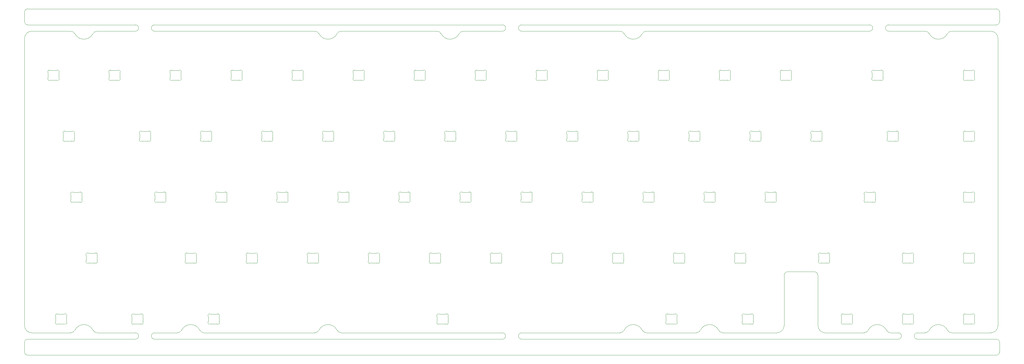
<source format=gm1>
G04 #@! TF.GenerationSoftware,KiCad,Pcbnew,(6.99.0-1912-g359c99991b)*
G04 #@! TF.CreationDate,2023-04-17T10:31:15+07:00*
G04 #@! TF.ProjectId,nyx,6e79782e-6b69-4636-9164-5f7063625858,1*
G04 #@! TF.SameCoordinates,Original*
G04 #@! TF.FileFunction,Profile,NP*
%FSLAX46Y46*%
G04 Gerber Fmt 4.6, Leading zero omitted, Abs format (unit mm)*
G04 Created by KiCad (PCBNEW (6.99.0-1912-g359c99991b)) date 2023-04-17 10:31:15*
%MOMM*%
%LPD*%
G01*
G04 APERTURE LIST*
G04 #@! TA.AperFunction,Profile*
%ADD10C,0.100000*%
G04 #@! TD*
G04 APERTURE END LIST*
D10*
X301600202Y-101272306D02*
G75*
G03*
X303822706Y-99049835I-2J2222506D01*
G01*
X40600000Y-103272338D02*
X149161353Y-103272338D01*
X98847996Y-7000000D02*
X128702000Y-7000000D01*
X237074986Y-83399998D02*
X237074986Y-99022338D01*
X136948002Y-7000004D02*
G75*
G03*
X135618000Y-7806000I398J-1500996D01*
G01*
X304322700Y-1000000D02*
G75*
G03*
X303322706Y0I-1000000J0D01*
G01*
X289347996Y-7000000D02*
X301600202Y-7000000D01*
X303322706Y-108272306D02*
G75*
G03*
X304322706Y-107272338I-6J1000006D01*
G01*
X34600000Y-5000000D02*
X1000000Y-5000000D01*
X34600000Y-101272338D02*
X22647999Y-101272338D01*
X15731999Y-7806000D02*
G75*
G03*
X14401997Y-7000001I-1328549J-691940D01*
G01*
X282432022Y-7805994D02*
G75*
G03*
X281101994Y-7000001I-1328522J-691906D01*
G01*
X209664997Y-101272317D02*
G75*
G03*
X210994999Y-100393999I-58097J1534117D01*
G01*
X278700001Y-101272338D02*
X281102009Y-101272338D01*
X303322706Y0D02*
X1000000Y0D01*
X130032020Y-7805991D02*
G75*
G03*
X128702000Y-7000001I-1328520J-691909D01*
G01*
X288017999Y-100394004D02*
G75*
G03*
X289348011Y-101272338I1390101J658804D01*
G01*
X0Y-107272338D02*
X0Y-104272338D01*
X289347996Y-6999959D02*
G75*
G03*
X288018010Y-7806000I404J-1500941D01*
G01*
X234824986Y-101272286D02*
G75*
G03*
X237074986Y-99022338I14J2249986D01*
G01*
X21317997Y-100393999D02*
G75*
G03*
X15731999Y-100393999I-2792999J-1455492D01*
G01*
X217911000Y-101272338D02*
X234824986Y-101272338D01*
X155161353Y-103272338D02*
X272700001Y-103272338D01*
X97517994Y-100393999D02*
G75*
G03*
X91931996Y-100393999I-2792999J-1455492D01*
G01*
X22647999Y-7000002D02*
G75*
G03*
X21317998Y-7806000I401J-1500998D01*
G01*
X192767994Y-100393999D02*
G75*
G03*
X187181996Y-100393999I-2792999J-1455492D01*
G01*
X0Y-99049833D02*
G75*
G03*
X2222503Y-101272338I2222503J-2D01*
G01*
X155161353Y-7000000D02*
X185851994Y-7000000D01*
X281102009Y-101272327D02*
G75*
G03*
X282432010Y-100393999I-58109J1534127D01*
G01*
X136948002Y-7000000D02*
X149161353Y-7000000D01*
X1000000Y0D02*
G75*
G03*
X0Y-1000000I0J-1000000D01*
G01*
X303322706Y-5000000D02*
X269722706Y-5000000D01*
X14401997Y-101272338D02*
X2222503Y-101272338D01*
X304322662Y-104272338D02*
G75*
G03*
X303322706Y-103272338I-999962J38D01*
G01*
X194097996Y-7000018D02*
G75*
G03*
X192767994Y-7806000I-1496J-1497882D01*
G01*
X187182019Y-7805988D02*
G75*
G03*
X185851994Y-7000001I-1328519J-691912D01*
G01*
X21317997Y-100393999D02*
G75*
G03*
X22647999Y-101272337I1390103J658799D01*
G01*
X268967991Y-100393999D02*
G75*
G03*
X263381993Y-100393999I-2792999J-1455492D01*
G01*
X54655994Y-100393999D02*
G75*
G03*
X49069996Y-100393999I-2792999J-1455492D01*
G01*
X98847996Y-7000018D02*
G75*
G03*
X97517994Y-7806000I-1496J-1497882D01*
G01*
X247650002Y-83399998D02*
G75*
G03*
X246399998Y-82149998I-1249602J398D01*
G01*
X304322706Y-1000000D02*
X304322706Y-4000000D01*
X304322706Y-104272338D02*
X304322706Y-107272338D01*
X303322706Y-5000006D02*
G75*
G03*
X304322706Y-4000000I-6J1000006D01*
G01*
X149161353Y-101272338D02*
X98847996Y-101272338D01*
X0Y-99049833D02*
X0Y-9222503D01*
X14401997Y-101272337D02*
G75*
G03*
X15731998Y-100393999I-58087J1534087D01*
G01*
X1000000Y-103272338D02*
G75*
G03*
X0Y-104272338I-1J-999999D01*
G01*
X303822706Y-99049835D02*
X303822706Y-9222505D01*
X2Y-107272338D02*
G75*
G03*
X1000000Y-108272338I999998J-2D01*
G01*
X262051990Y-101272312D02*
G75*
G03*
X263381993Y-100393999I-58090J1534112D01*
G01*
X0Y-4000000D02*
G75*
G03*
X1000000Y-5000000I1000000J0D01*
G01*
X278700001Y-103272338D02*
X303322706Y-103272338D01*
X249899998Y-101272338D02*
X262051991Y-101272338D01*
X15731999Y-7806000D02*
G75*
G03*
X21317997Y-7806000I2792999J1455492D01*
G01*
X40600000Y-7000000D02*
X90602001Y-7000000D01*
X247649962Y-99022338D02*
G75*
G03*
X249899998Y-101272338I2250038J38D01*
G01*
X246399998Y-82149998D02*
X238324986Y-82149998D01*
X47739993Y-101272314D02*
G75*
G03*
X49069996Y-100393999I-58093J1534114D01*
G01*
X282432011Y-7806000D02*
G75*
G03*
X288018009Y-7806000I2792999J1455492D01*
G01*
X1000000Y-108272338D02*
X303322706Y-108272338D01*
X40600000Y-101272338D02*
X47739994Y-101272338D01*
X270297993Y-101272338D02*
X272700001Y-101272338D01*
X2222503Y-7000000D02*
G75*
G03*
X0Y-9222503I0J-2222503D01*
G01*
X209664998Y-101272338D02*
X194097996Y-101272338D01*
X247649998Y-99022338D02*
X247649998Y-83399998D01*
X303822700Y-9222505D02*
G75*
G03*
X301600202Y-7000000I-2222500J5D01*
G01*
X149161353Y-5000000D02*
X40600000Y-5000000D01*
X187181996Y-7805999D02*
G75*
G03*
X192767994Y-7806000I2792999J1455492D01*
G01*
X91932019Y-7805988D02*
G75*
G03*
X90602001Y-7000001I-1328519J-691912D01*
G01*
X90601994Y-101272338D02*
X55985996Y-101272338D01*
X155161353Y-5000000D02*
X263722706Y-5000000D01*
X91931996Y-7805999D02*
G75*
G03*
X97517994Y-7806000I2792999J1455492D01*
G01*
X0Y-4000000D02*
X0Y-1000000D01*
X97517996Y-100393998D02*
G75*
G03*
X98847996Y-101272337I1390104J658798D01*
G01*
X155161353Y-101272338D02*
X185851994Y-101272338D01*
X268967996Y-100393997D02*
G75*
G03*
X270297993Y-101272337I1390104J658797D01*
G01*
X269722706Y-7000000D02*
X281101994Y-7000000D01*
X54655996Y-100393998D02*
G75*
G03*
X55985996Y-101272337I1390104J658798D01*
G01*
X216580998Y-100393999D02*
G75*
G03*
X210995000Y-100393999I-2792999J-1455492D01*
G01*
X194097996Y-7000000D02*
X263722706Y-7000000D01*
X192767996Y-100393998D02*
G75*
G03*
X194097996Y-101272337I1390104J658798D01*
G01*
X2222503Y-7000000D02*
X14401997Y-7000000D01*
X289348011Y-101272338D02*
X301600202Y-101272338D01*
X34600000Y-7000000D02*
X22647999Y-7000000D01*
X90601993Y-101272314D02*
G75*
G03*
X91931996Y-100393999I-58093J1534114D01*
G01*
X130032002Y-7806000D02*
G75*
G03*
X135618000Y-7806000I2792999J1455492D01*
G01*
X238324986Y-82149986D02*
G75*
G03*
X237074986Y-83399998I-386J-1249614D01*
G01*
X1000000Y-103272338D02*
X34600000Y-103272338D01*
X288018009Y-100393999D02*
G75*
G03*
X282432011Y-100393999I-2792999J-1455492D01*
G01*
X216580997Y-100394000D02*
G75*
G03*
X217911000Y-101272338I1390103J658800D01*
G01*
X185851993Y-101272314D02*
G75*
G03*
X187181996Y-100393999I-58093J1534114D01*
G01*
X263722706Y-7000000D02*
G75*
G03*
X263722706Y-5000000I0J1000000D01*
G01*
X269722706Y-5000000D02*
G75*
G03*
X269722706Y-7000000I0J-1000000D01*
G01*
X149161353Y-7000000D02*
G75*
G03*
X149161353Y-5000000I0J1000000D01*
G01*
X155161353Y-5000000D02*
G75*
G03*
X155161353Y-7000000I0J-1000000D01*
G01*
X40600000Y-101272338D02*
G75*
G03*
X40600000Y-103272338I0J-1000000D01*
G01*
X34600000Y-103272338D02*
G75*
G03*
X34600000Y-101272338I0J1000000D01*
G01*
X278700001Y-101272338D02*
G75*
G03*
X278700001Y-103272338I0J-1000000D01*
G01*
X272700001Y-103272338D02*
G75*
G03*
X272700001Y-101272338I0J1000000D01*
G01*
X155161353Y-101272338D02*
G75*
G03*
X155161353Y-103272338I0J-1000000D01*
G01*
X149161353Y-103272338D02*
G75*
G03*
X149161353Y-101272338I0J1000000D01*
G01*
X34600000Y-7000000D02*
G75*
G03*
X34600000Y-5000000I0J1000000D01*
G01*
X40600000Y-5000000D02*
G75*
G03*
X40600000Y-7000000I0J-1000000D01*
G01*
X128778574Y-97687666D02*
X128778574Y-96281982D01*
X129684121Y-95484824D02*
X131273025Y-95484824D01*
X131273025Y-98484823D02*
X129684120Y-98484823D01*
X132178572Y-96281982D02*
X132178572Y-97687666D01*
X128778573Y-96281982D02*
G75*
G03*
X128729088Y-96065104I-499989J2D01*
G01*
X129431862Y-95416525D02*
G75*
G03*
X128729090Y-96065105I-252259J-431700D01*
G01*
X128729089Y-97904544D02*
G75*
G03*
X128778574Y-97687667I-450505J216876D01*
G01*
X128729089Y-97904544D02*
G75*
G03*
X129431862Y-98553122I450514J-216878D01*
G01*
X129684120Y-98484823D02*
G75*
G03*
X129431862Y-98553122I3J-500009D01*
G01*
X129431862Y-95416525D02*
G75*
G03*
X129684121Y-95484824I252261J431710D01*
G01*
X131525284Y-98553123D02*
G75*
G03*
X131273026Y-98484824I-252261J-431710D01*
G01*
X131273025Y-95484823D02*
G75*
G03*
X131525283Y-95416525I-2J500010D01*
G01*
X132228053Y-96065102D02*
G75*
G03*
X131525284Y-95416527I-450510J216879D01*
G01*
X132228057Y-96065104D02*
G75*
G03*
X132178572Y-96281981I450866J-216959D01*
G01*
X131525284Y-98553123D02*
G75*
G03*
X132228057Y-97904544I252259J431700D01*
G01*
X132178584Y-97687666D02*
G75*
G03*
X132228058Y-97904544I500289J43D01*
G01*
X7334824Y-21487666D02*
X7334824Y-20081982D01*
X8240371Y-19284824D02*
X9829275Y-19284824D01*
X9829275Y-22284823D02*
X8240370Y-22284823D01*
X10734822Y-20081982D02*
X10734822Y-21487666D01*
X7334823Y-20081982D02*
G75*
G03*
X7285338Y-19865104I-499989J2D01*
G01*
X7988112Y-19216525D02*
G75*
G03*
X7285340Y-19865105I-252259J-431700D01*
G01*
X7285339Y-21704544D02*
G75*
G03*
X7334824Y-21487667I-450505J216876D01*
G01*
X7285339Y-21704544D02*
G75*
G03*
X7988112Y-22353122I450514J-216878D01*
G01*
X8240370Y-22284823D02*
G75*
G03*
X7988112Y-22353122I3J-500009D01*
G01*
X7988112Y-19216525D02*
G75*
G03*
X8240371Y-19284824I252261J431710D01*
G01*
X10081534Y-22353123D02*
G75*
G03*
X9829276Y-22284824I-252261J-431710D01*
G01*
X9829275Y-19284823D02*
G75*
G03*
X10081533Y-19216525I-2J500010D01*
G01*
X10784303Y-19865102D02*
G75*
G03*
X10081534Y-19216527I-450510J216879D01*
G01*
X10784307Y-19865104D02*
G75*
G03*
X10734822Y-20081981I450866J-216959D01*
G01*
X10081534Y-22353123D02*
G75*
G03*
X10784307Y-21704544I252259J431700D01*
G01*
X10734834Y-21487666D02*
G75*
G03*
X10784308Y-21704544I500289J43D01*
G01*
X216884824Y-21487666D02*
X216884824Y-20081982D01*
X217790371Y-19284824D02*
X219379275Y-19284824D01*
X219379275Y-22284823D02*
X217790370Y-22284823D01*
X220284822Y-20081982D02*
X220284822Y-21487666D01*
X216884823Y-20081982D02*
G75*
G03*
X216835338Y-19865104I-499989J2D01*
G01*
X217538112Y-19216525D02*
G75*
G03*
X216835340Y-19865105I-252259J-431700D01*
G01*
X216835339Y-21704544D02*
G75*
G03*
X216884824Y-21487667I-450505J216876D01*
G01*
X216835339Y-21704544D02*
G75*
G03*
X217538112Y-22353122I450514J-216878D01*
G01*
X217790370Y-22284823D02*
G75*
G03*
X217538112Y-22353122I3J-500009D01*
G01*
X217538112Y-19216525D02*
G75*
G03*
X217790371Y-19284824I252261J431710D01*
G01*
X219631534Y-22353123D02*
G75*
G03*
X219379276Y-22284824I-252261J-431710D01*
G01*
X219379275Y-19284823D02*
G75*
G03*
X219631533Y-19216525I-2J500010D01*
G01*
X220334303Y-19865102D02*
G75*
G03*
X219631534Y-19216527I-450510J216879D01*
G01*
X220334307Y-19865104D02*
G75*
G03*
X220284822Y-20081981I450866J-216959D01*
G01*
X219631534Y-22353123D02*
G75*
G03*
X220334307Y-21704544I252259J431700D01*
G01*
X220284834Y-21487666D02*
G75*
G03*
X220334308Y-21704544I500289J43D01*
G01*
X248859822Y-39131980D02*
X248859822Y-40537664D01*
X247954275Y-41334822D02*
X246365371Y-41334822D01*
X246365371Y-38334823D02*
X247954276Y-38334823D01*
X245459824Y-40537664D02*
X245459824Y-39131980D01*
X248859823Y-40537664D02*
G75*
G03*
X248909308Y-40754542I499989J-2D01*
G01*
X248206534Y-41403121D02*
G75*
G03*
X248909306Y-40754541I252259J431700D01*
G01*
X248909307Y-38915102D02*
G75*
G03*
X248859822Y-39131979I450505J-216876D01*
G01*
X248909307Y-38915102D02*
G75*
G03*
X248206534Y-38266524I-450514J216878D01*
G01*
X247954276Y-38334823D02*
G75*
G03*
X248206534Y-38266524I-3J500009D01*
G01*
X248206534Y-41403121D02*
G75*
G03*
X247954275Y-41334822I-252261J-431710D01*
G01*
X246113112Y-38266523D02*
G75*
G03*
X246365370Y-38334822I252261J431710D01*
G01*
X246365371Y-41334823D02*
G75*
G03*
X246113113Y-41403121I2J-500010D01*
G01*
X245410343Y-40754544D02*
G75*
G03*
X246113112Y-41403119I450510J-216879D01*
G01*
X245410339Y-40754542D02*
G75*
G03*
X245459824Y-40537665I-450866J216959D01*
G01*
X246113112Y-38266523D02*
G75*
G03*
X245410339Y-38915102I-252259J-431700D01*
G01*
X245459812Y-39131980D02*
G75*
G03*
X245410338Y-38915102I-500289J-43D01*
G01*
X229809822Y-39131980D02*
X229809822Y-40537664D01*
X228904275Y-41334822D02*
X227315371Y-41334822D01*
X227315371Y-38334823D02*
X228904276Y-38334823D01*
X226409824Y-40537664D02*
X226409824Y-39131980D01*
X229809823Y-40537664D02*
G75*
G03*
X229859308Y-40754542I499989J-2D01*
G01*
X229156534Y-41403121D02*
G75*
G03*
X229859306Y-40754541I252259J431700D01*
G01*
X229859307Y-38915102D02*
G75*
G03*
X229809822Y-39131979I450505J-216876D01*
G01*
X229859307Y-38915102D02*
G75*
G03*
X229156534Y-38266524I-450514J216878D01*
G01*
X228904276Y-38334823D02*
G75*
G03*
X229156534Y-38266524I-3J500009D01*
G01*
X229156534Y-41403121D02*
G75*
G03*
X228904275Y-41334822I-252261J-431710D01*
G01*
X227063112Y-38266523D02*
G75*
G03*
X227315370Y-38334822I252261J431710D01*
G01*
X227315371Y-41334823D02*
G75*
G03*
X227063113Y-41403121I2J-500010D01*
G01*
X226360343Y-40754544D02*
G75*
G03*
X227063112Y-41403119I450510J-216879D01*
G01*
X226360339Y-40754542D02*
G75*
G03*
X226409824Y-40537665I-450866J216959D01*
G01*
X227063112Y-38266523D02*
G75*
G03*
X226360339Y-38915102I-252259J-431700D01*
G01*
X226409812Y-39131980D02*
G75*
G03*
X226360338Y-38915102I-500289J-43D01*
G01*
X224028574Y-97687666D02*
X224028574Y-96281982D01*
X224934121Y-95484824D02*
X226523025Y-95484824D01*
X226523025Y-98484823D02*
X224934120Y-98484823D01*
X227428572Y-96281982D02*
X227428572Y-97687666D01*
X224028573Y-96281982D02*
G75*
G03*
X223979088Y-96065104I-499989J2D01*
G01*
X224681862Y-95416525D02*
G75*
G03*
X223979090Y-96065105I-252259J-431700D01*
G01*
X223979089Y-97904544D02*
G75*
G03*
X224028574Y-97687667I-450505J216876D01*
G01*
X223979089Y-97904544D02*
G75*
G03*
X224681862Y-98553122I450514J-216878D01*
G01*
X224934120Y-98484823D02*
G75*
G03*
X224681862Y-98553122I3J-500009D01*
G01*
X224681862Y-95416525D02*
G75*
G03*
X224934121Y-95484824I252261J431710D01*
G01*
X226775284Y-98553123D02*
G75*
G03*
X226523026Y-98484824I-252261J-431710D01*
G01*
X226523025Y-95484823D02*
G75*
G03*
X226775283Y-95416525I-2J500010D01*
G01*
X227478053Y-96065102D02*
G75*
G03*
X226775284Y-95416527I-450510J216879D01*
G01*
X227478057Y-96065104D02*
G75*
G03*
X227428572Y-96281981I450866J-216959D01*
G01*
X226775284Y-98553123D02*
G75*
G03*
X227478057Y-97904544I252259J431700D01*
G01*
X227428584Y-97687666D02*
G75*
G03*
X227478058Y-97904544I500289J43D01*
G01*
X167897322Y-77231980D02*
X167897322Y-78637664D01*
X166991775Y-79434822D02*
X165402871Y-79434822D01*
X165402871Y-76434823D02*
X166991776Y-76434823D01*
X164497324Y-78637664D02*
X164497324Y-77231980D01*
X167897323Y-78637664D02*
G75*
G03*
X167946808Y-78854542I499989J-2D01*
G01*
X167244034Y-79503121D02*
G75*
G03*
X167946806Y-78854541I252259J431700D01*
G01*
X167946807Y-77015102D02*
G75*
G03*
X167897322Y-77231979I450505J-216876D01*
G01*
X167946807Y-77015102D02*
G75*
G03*
X167244034Y-76366524I-450514J216878D01*
G01*
X166991776Y-76434823D02*
G75*
G03*
X167244034Y-76366524I-3J500009D01*
G01*
X167244034Y-79503121D02*
G75*
G03*
X166991775Y-79434822I-252261J-431710D01*
G01*
X165150612Y-76366523D02*
G75*
G03*
X165402870Y-76434822I252261J431710D01*
G01*
X165402871Y-79434823D02*
G75*
G03*
X165150613Y-79503121I2J-500010D01*
G01*
X164447843Y-78854544D02*
G75*
G03*
X165150612Y-79503119I450510J-216879D01*
G01*
X164447839Y-78854542D02*
G75*
G03*
X164497324Y-78637665I-450866J216959D01*
G01*
X165150612Y-76366523D02*
G75*
G03*
X164447839Y-77015102I-252259J-431700D01*
G01*
X164497312Y-77231980D02*
G75*
G03*
X164447838Y-77015102I-500289J-43D01*
G01*
X57341074Y-97687666D02*
X57341074Y-96281982D01*
X58246621Y-95484824D02*
X59835525Y-95484824D01*
X59835525Y-98484823D02*
X58246620Y-98484823D01*
X60741072Y-96281982D02*
X60741072Y-97687666D01*
X57341073Y-96281982D02*
G75*
G03*
X57291588Y-96065104I-499989J2D01*
G01*
X57994362Y-95416525D02*
G75*
G03*
X57291590Y-96065105I-252259J-431700D01*
G01*
X57291589Y-97904544D02*
G75*
G03*
X57341074Y-97687667I-450505J216876D01*
G01*
X57291589Y-97904544D02*
G75*
G03*
X57994362Y-98553122I450514J-216878D01*
G01*
X58246620Y-98484823D02*
G75*
G03*
X57994362Y-98553122I3J-500009D01*
G01*
X57994362Y-95416525D02*
G75*
G03*
X58246621Y-95484824I252261J431710D01*
G01*
X60087784Y-98553123D02*
G75*
G03*
X59835526Y-98484824I-252261J-431710D01*
G01*
X59835525Y-95484823D02*
G75*
G03*
X60087783Y-95416525I-2J500010D01*
G01*
X60790553Y-96065102D02*
G75*
G03*
X60087784Y-95416527I-450510J216879D01*
G01*
X60790557Y-96065104D02*
G75*
G03*
X60741072Y-96281981I450866J-216959D01*
G01*
X60087784Y-98553123D02*
G75*
G03*
X60790557Y-97904544I252259J431700D01*
G01*
X60741084Y-97687666D02*
G75*
G03*
X60790558Y-97904544I500289J43D01*
G01*
X140684824Y-21487666D02*
X140684824Y-20081982D01*
X141590371Y-19284824D02*
X143179275Y-19284824D01*
X143179275Y-22284823D02*
X141590370Y-22284823D01*
X144084822Y-20081982D02*
X144084822Y-21487666D01*
X140684823Y-20081982D02*
G75*
G03*
X140635338Y-19865104I-499989J2D01*
G01*
X141338112Y-19216525D02*
G75*
G03*
X140635340Y-19865105I-252259J-431700D01*
G01*
X140635339Y-21704544D02*
G75*
G03*
X140684824Y-21487667I-450505J216876D01*
G01*
X140635339Y-21704544D02*
G75*
G03*
X141338112Y-22353122I450514J-216878D01*
G01*
X141590370Y-22284823D02*
G75*
G03*
X141338112Y-22353122I3J-500009D01*
G01*
X141338112Y-19216525D02*
G75*
G03*
X141590371Y-19284824I252261J431710D01*
G01*
X143431534Y-22353123D02*
G75*
G03*
X143179276Y-22284824I-252261J-431710D01*
G01*
X143179275Y-19284823D02*
G75*
G03*
X143431533Y-19216525I-2J500010D01*
G01*
X144134303Y-19865102D02*
G75*
G03*
X143431534Y-19216527I-450510J216879D01*
G01*
X144134307Y-19865104D02*
G75*
G03*
X144084822Y-20081981I450866J-216959D01*
G01*
X143431534Y-22353123D02*
G75*
G03*
X144134307Y-21704544I252259J431700D01*
G01*
X144084834Y-21487666D02*
G75*
G03*
X144134308Y-21704544I500289J43D01*
G01*
X205997322Y-77231980D02*
X205997322Y-78637664D01*
X205091775Y-79434822D02*
X203502871Y-79434822D01*
X203502871Y-76434823D02*
X205091776Y-76434823D01*
X202597324Y-78637664D02*
X202597324Y-77231980D01*
X205997323Y-78637664D02*
G75*
G03*
X206046808Y-78854542I499989J-2D01*
G01*
X205344034Y-79503121D02*
G75*
G03*
X206046806Y-78854541I252259J431700D01*
G01*
X206046807Y-77015102D02*
G75*
G03*
X205997322Y-77231979I450505J-216876D01*
G01*
X206046807Y-77015102D02*
G75*
G03*
X205344034Y-76366524I-450514J216878D01*
G01*
X205091776Y-76434823D02*
G75*
G03*
X205344034Y-76366524I-3J500009D01*
G01*
X205344034Y-79503121D02*
G75*
G03*
X205091775Y-79434822I-252261J-431710D01*
G01*
X203250612Y-76366523D02*
G75*
G03*
X203502870Y-76434822I252261J431710D01*
G01*
X203502871Y-79434823D02*
G75*
G03*
X203250613Y-79503121I2J-500010D01*
G01*
X202547843Y-78854544D02*
G75*
G03*
X203250612Y-79503119I450510J-216879D01*
G01*
X202547839Y-78854542D02*
G75*
G03*
X202597324Y-78637665I-450866J216959D01*
G01*
X203250612Y-76366523D02*
G75*
G03*
X202547839Y-77015102I-252259J-431700D01*
G01*
X202597312Y-77231980D02*
G75*
G03*
X202547838Y-77015102I-500289J-43D01*
G01*
X186947322Y-77231980D02*
X186947322Y-78637664D01*
X186041775Y-79434822D02*
X184452871Y-79434822D01*
X184452871Y-76434823D02*
X186041776Y-76434823D01*
X183547324Y-78637664D02*
X183547324Y-77231980D01*
X186947323Y-78637664D02*
G75*
G03*
X186996808Y-78854542I499989J-2D01*
G01*
X186294034Y-79503121D02*
G75*
G03*
X186996806Y-78854541I252259J431700D01*
G01*
X186996807Y-77015102D02*
G75*
G03*
X186947322Y-77231979I450505J-216876D01*
G01*
X186996807Y-77015102D02*
G75*
G03*
X186294034Y-76366524I-450514J216878D01*
G01*
X186041776Y-76434823D02*
G75*
G03*
X186294034Y-76366524I-3J500009D01*
G01*
X186294034Y-79503121D02*
G75*
G03*
X186041775Y-79434822I-252261J-431710D01*
G01*
X184200612Y-76366523D02*
G75*
G03*
X184452870Y-76434822I252261J431710D01*
G01*
X184452871Y-79434823D02*
G75*
G03*
X184200613Y-79503121I2J-500010D01*
G01*
X183497843Y-78854544D02*
G75*
G03*
X184200612Y-79503119I450510J-216879D01*
G01*
X183497839Y-78854542D02*
G75*
G03*
X183547324Y-78637665I-450866J216959D01*
G01*
X184200612Y-76366523D02*
G75*
G03*
X183497839Y-77015102I-252259J-431700D01*
G01*
X183547312Y-77231980D02*
G75*
G03*
X183497838Y-77015102I-500289J-43D01*
G01*
X274034824Y-97687666D02*
X274034824Y-96281982D01*
X274940371Y-95484824D02*
X276529275Y-95484824D01*
X276529275Y-98484823D02*
X274940370Y-98484823D01*
X277434822Y-96281982D02*
X277434822Y-97687666D01*
X274034823Y-96281982D02*
G75*
G03*
X273985338Y-96065104I-499989J2D01*
G01*
X274688112Y-95416525D02*
G75*
G03*
X273985340Y-96065105I-252259J-431700D01*
G01*
X273985339Y-97904544D02*
G75*
G03*
X274034824Y-97687667I-450505J216876D01*
G01*
X273985339Y-97904544D02*
G75*
G03*
X274688112Y-98553122I450514J-216878D01*
G01*
X274940370Y-98484823D02*
G75*
G03*
X274688112Y-98553122I3J-500009D01*
G01*
X274688112Y-95416525D02*
G75*
G03*
X274940371Y-95484824I252261J431710D01*
G01*
X276781534Y-98553123D02*
G75*
G03*
X276529276Y-98484824I-252261J-431710D01*
G01*
X276529275Y-95484823D02*
G75*
G03*
X276781533Y-95416525I-2J500010D01*
G01*
X277484303Y-96065102D02*
G75*
G03*
X276781534Y-95416527I-450510J216879D01*
G01*
X277484307Y-96065104D02*
G75*
G03*
X277434822Y-96281981I450866J-216959D01*
G01*
X276781534Y-98553123D02*
G75*
G03*
X277484307Y-97904544I252259J431700D01*
G01*
X277434834Y-97687666D02*
G75*
G03*
X277484308Y-97904544I500289J43D01*
G01*
X277434822Y-77231980D02*
X277434822Y-78637664D01*
X276529275Y-79434822D02*
X274940371Y-79434822D01*
X274940371Y-76434823D02*
X276529276Y-76434823D01*
X274034824Y-78637664D02*
X274034824Y-77231980D01*
X277434823Y-78637664D02*
G75*
G03*
X277484308Y-78854542I499989J-2D01*
G01*
X276781534Y-79503121D02*
G75*
G03*
X277484306Y-78854541I252259J431700D01*
G01*
X277484307Y-77015102D02*
G75*
G03*
X277434822Y-77231979I450505J-216876D01*
G01*
X277484307Y-77015102D02*
G75*
G03*
X276781534Y-76366524I-450514J216878D01*
G01*
X276529276Y-76434823D02*
G75*
G03*
X276781534Y-76366524I-3J500009D01*
G01*
X276781534Y-79503121D02*
G75*
G03*
X276529275Y-79434822I-252261J-431710D01*
G01*
X274688112Y-76366523D02*
G75*
G03*
X274940370Y-76434822I252261J431710D01*
G01*
X274940371Y-79434823D02*
G75*
G03*
X274688113Y-79503121I2J-500010D01*
G01*
X273985343Y-78854544D02*
G75*
G03*
X274688112Y-79503119I450510J-216879D01*
G01*
X273985339Y-78854542D02*
G75*
G03*
X274034824Y-78637665I-450866J216959D01*
G01*
X274688112Y-76366523D02*
G75*
G03*
X273985339Y-77015102I-252259J-431700D01*
G01*
X274034812Y-77231980D02*
G75*
G03*
X273985338Y-77015102I-500289J-43D01*
G01*
X115509822Y-39131980D02*
X115509822Y-40537664D01*
X114604275Y-41334822D02*
X113015371Y-41334822D01*
X113015371Y-38334823D02*
X114604276Y-38334823D01*
X112109824Y-40537664D02*
X112109824Y-39131980D01*
X115509823Y-40537664D02*
G75*
G03*
X115559308Y-40754542I499989J-2D01*
G01*
X114856534Y-41403121D02*
G75*
G03*
X115559306Y-40754541I252259J431700D01*
G01*
X115559307Y-38915102D02*
G75*
G03*
X115509822Y-39131979I450505J-216876D01*
G01*
X115559307Y-38915102D02*
G75*
G03*
X114856534Y-38266524I-450514J216878D01*
G01*
X114604276Y-38334823D02*
G75*
G03*
X114856534Y-38266524I-3J500009D01*
G01*
X114856534Y-41403121D02*
G75*
G03*
X114604275Y-41334822I-252261J-431710D01*
G01*
X112763112Y-38266523D02*
G75*
G03*
X113015370Y-38334822I252261J431710D01*
G01*
X113015371Y-41334823D02*
G75*
G03*
X112763113Y-41403121I2J-500010D01*
G01*
X112060343Y-40754544D02*
G75*
G03*
X112763112Y-41403119I450510J-216879D01*
G01*
X112060339Y-40754542D02*
G75*
G03*
X112109824Y-40537665I-450866J216959D01*
G01*
X112763112Y-38266523D02*
G75*
G03*
X112060339Y-38915102I-252259J-431700D01*
G01*
X112109812Y-39131980D02*
G75*
G03*
X112060338Y-38915102I-500289J-43D01*
G01*
X174022324Y-59587666D02*
X174022324Y-58181982D01*
X174927871Y-57384824D02*
X176516775Y-57384824D01*
X176516775Y-60384823D02*
X174927870Y-60384823D01*
X177422322Y-58181982D02*
X177422322Y-59587666D01*
X174022323Y-58181982D02*
G75*
G03*
X173972838Y-57965104I-499989J2D01*
G01*
X174675612Y-57316525D02*
G75*
G03*
X173972840Y-57965105I-252259J-431700D01*
G01*
X173972839Y-59804544D02*
G75*
G03*
X174022324Y-59587667I-450505J216876D01*
G01*
X173972839Y-59804544D02*
G75*
G03*
X174675612Y-60453122I450514J-216878D01*
G01*
X174927870Y-60384823D02*
G75*
G03*
X174675612Y-60453122I3J-500009D01*
G01*
X174675612Y-57316525D02*
G75*
G03*
X174927871Y-57384824I252261J431710D01*
G01*
X176769034Y-60453123D02*
G75*
G03*
X176516776Y-60384824I-252261J-431710D01*
G01*
X176516775Y-57384823D02*
G75*
G03*
X176769033Y-57316525I-2J500010D01*
G01*
X177471803Y-57965102D02*
G75*
G03*
X176769034Y-57316527I-450510J216879D01*
G01*
X177471807Y-57965104D02*
G75*
G03*
X177422322Y-58181981I450866J-216959D01*
G01*
X176769034Y-60453123D02*
G75*
G03*
X177471807Y-59804544I252259J431700D01*
G01*
X177422334Y-59587666D02*
G75*
G03*
X177471808Y-59804544I500289J43D01*
G01*
X193072324Y-59587666D02*
X193072324Y-58181982D01*
X193977871Y-57384824D02*
X195566775Y-57384824D01*
X195566775Y-60384823D02*
X193977870Y-60384823D01*
X196472322Y-58181982D02*
X196472322Y-59587666D01*
X193072323Y-58181982D02*
G75*
G03*
X193022838Y-57965104I-499989J2D01*
G01*
X193725612Y-57316525D02*
G75*
G03*
X193022840Y-57965105I-252259J-431700D01*
G01*
X193022839Y-59804544D02*
G75*
G03*
X193072324Y-59587667I-450505J216876D01*
G01*
X193022839Y-59804544D02*
G75*
G03*
X193725612Y-60453122I450514J-216878D01*
G01*
X193977870Y-60384823D02*
G75*
G03*
X193725612Y-60453122I3J-500009D01*
G01*
X193725612Y-57316525D02*
G75*
G03*
X193977871Y-57384824I252261J431710D01*
G01*
X195819034Y-60453123D02*
G75*
G03*
X195566776Y-60384824I-252261J-431710D01*
G01*
X195566775Y-57384823D02*
G75*
G03*
X195819033Y-57316525I-2J500010D01*
G01*
X196521803Y-57965102D02*
G75*
G03*
X195819034Y-57316527I-450510J216879D01*
G01*
X196521807Y-57965104D02*
G75*
G03*
X196472322Y-58181981I450866J-216959D01*
G01*
X195819034Y-60453123D02*
G75*
G03*
X196521807Y-59804544I252259J431700D01*
G01*
X196472334Y-59587666D02*
G75*
G03*
X196521808Y-59804544I500289J43D01*
G01*
X77409822Y-39131980D02*
X77409822Y-40537664D01*
X76504275Y-41334822D02*
X74915371Y-41334822D01*
X74915371Y-38334823D02*
X76504276Y-38334823D01*
X74009824Y-40537664D02*
X74009824Y-39131980D01*
X77409823Y-40537664D02*
G75*
G03*
X77459308Y-40754542I499989J-2D01*
G01*
X76756534Y-41403121D02*
G75*
G03*
X77459306Y-40754541I252259J431700D01*
G01*
X77459307Y-38915102D02*
G75*
G03*
X77409822Y-39131979I450505J-216876D01*
G01*
X77459307Y-38915102D02*
G75*
G03*
X76756534Y-38266524I-450514J216878D01*
G01*
X76504276Y-38334823D02*
G75*
G03*
X76756534Y-38266524I-3J500009D01*
G01*
X76756534Y-41403121D02*
G75*
G03*
X76504275Y-41334822I-252261J-431710D01*
G01*
X74663112Y-38266523D02*
G75*
G03*
X74915370Y-38334822I252261J431710D01*
G01*
X74915371Y-41334823D02*
G75*
G03*
X74663113Y-41403121I2J-500010D01*
G01*
X73960343Y-40754544D02*
G75*
G03*
X74663112Y-41403119I450510J-216879D01*
G01*
X73960339Y-40754542D02*
G75*
G03*
X74009824Y-40537665I-450866J216959D01*
G01*
X74663112Y-38266523D02*
G75*
G03*
X73960339Y-38915102I-252259J-431700D01*
G01*
X74009812Y-39131980D02*
G75*
G03*
X73960338Y-38915102I-500289J-43D01*
G01*
X15497322Y-39131980D02*
X15497322Y-40537664D01*
X14591775Y-41334822D02*
X13002871Y-41334822D01*
X13002871Y-38334823D02*
X14591776Y-38334823D01*
X12097324Y-40537664D02*
X12097324Y-39131980D01*
X15497323Y-40537664D02*
G75*
G03*
X15546808Y-40754542I499989J-2D01*
G01*
X14844034Y-41403121D02*
G75*
G03*
X15546806Y-40754541I252259J431700D01*
G01*
X15546807Y-38915102D02*
G75*
G03*
X15497322Y-39131979I450505J-216876D01*
G01*
X15546807Y-38915102D02*
G75*
G03*
X14844034Y-38266524I-450514J216878D01*
G01*
X14591776Y-38334823D02*
G75*
G03*
X14844034Y-38266524I-3J500009D01*
G01*
X14844034Y-41403121D02*
G75*
G03*
X14591775Y-41334822I-252261J-431710D01*
G01*
X12750612Y-38266523D02*
G75*
G03*
X13002870Y-38334822I252261J431710D01*
G01*
X13002871Y-41334823D02*
G75*
G03*
X12750613Y-41403121I2J-500010D01*
G01*
X12047843Y-40754544D02*
G75*
G03*
X12750612Y-41403119I450510J-216879D01*
G01*
X12047839Y-40754542D02*
G75*
G03*
X12097324Y-40537665I-450866J216959D01*
G01*
X12750612Y-38266523D02*
G75*
G03*
X12047839Y-38915102I-252259J-431700D01*
G01*
X12097312Y-39131980D02*
G75*
G03*
X12047838Y-38915102I-500289J-43D01*
G01*
X83534824Y-21487666D02*
X83534824Y-20081982D01*
X84440371Y-19284824D02*
X86029275Y-19284824D01*
X86029275Y-22284823D02*
X84440370Y-22284823D01*
X86934822Y-20081982D02*
X86934822Y-21487666D01*
X83534823Y-20081982D02*
G75*
G03*
X83485338Y-19865104I-499989J2D01*
G01*
X84188112Y-19216525D02*
G75*
G03*
X83485340Y-19865105I-252259J-431700D01*
G01*
X83485339Y-21704544D02*
G75*
G03*
X83534824Y-21487667I-450505J216876D01*
G01*
X83485339Y-21704544D02*
G75*
G03*
X84188112Y-22353122I450514J-216878D01*
G01*
X84440370Y-22284823D02*
G75*
G03*
X84188112Y-22353122I3J-500009D01*
G01*
X84188112Y-19216525D02*
G75*
G03*
X84440371Y-19284824I252261J431710D01*
G01*
X86281534Y-22353123D02*
G75*
G03*
X86029276Y-22284824I-252261J-431710D01*
G01*
X86029275Y-19284823D02*
G75*
G03*
X86281533Y-19216525I-2J500010D01*
G01*
X86984303Y-19865102D02*
G75*
G03*
X86281534Y-19216527I-450510J216879D01*
G01*
X86984307Y-19865104D02*
G75*
G03*
X86934822Y-20081981I450866J-216959D01*
G01*
X86281534Y-22353123D02*
G75*
G03*
X86984307Y-21704544I252259J431700D01*
G01*
X86934834Y-21487666D02*
G75*
G03*
X86984308Y-21704544I500289J43D01*
G01*
X97822324Y-59587666D02*
X97822324Y-58181982D01*
X98727871Y-57384824D02*
X100316775Y-57384824D01*
X100316775Y-60384823D02*
X98727870Y-60384823D01*
X101222322Y-58181982D02*
X101222322Y-59587666D01*
X97822323Y-58181982D02*
G75*
G03*
X97772838Y-57965104I-499989J2D01*
G01*
X98475612Y-57316525D02*
G75*
G03*
X97772840Y-57965105I-252259J-431700D01*
G01*
X97772839Y-59804544D02*
G75*
G03*
X97822324Y-59587667I-450505J216876D01*
G01*
X97772839Y-59804544D02*
G75*
G03*
X98475612Y-60453122I450514J-216878D01*
G01*
X98727870Y-60384823D02*
G75*
G03*
X98475612Y-60453122I3J-500009D01*
G01*
X98475612Y-57316525D02*
G75*
G03*
X98727871Y-57384824I252261J431710D01*
G01*
X100569034Y-60453123D02*
G75*
G03*
X100316776Y-60384824I-252261J-431710D01*
G01*
X100316775Y-57384823D02*
G75*
G03*
X100569033Y-57316525I-2J500010D01*
G01*
X101271803Y-57965102D02*
G75*
G03*
X100569034Y-57316527I-450510J216879D01*
G01*
X101271807Y-57965104D02*
G75*
G03*
X101222322Y-58181981I450866J-216959D01*
G01*
X100569034Y-60453123D02*
G75*
G03*
X101271807Y-59804544I252259J431700D01*
G01*
X101222334Y-59587666D02*
G75*
G03*
X101271808Y-59804544I500289J43D01*
G01*
X197834824Y-21487666D02*
X197834824Y-20081982D01*
X198740371Y-19284824D02*
X200329275Y-19284824D01*
X200329275Y-22284823D02*
X198740370Y-22284823D01*
X201234822Y-20081982D02*
X201234822Y-21487666D01*
X197834823Y-20081982D02*
G75*
G03*
X197785338Y-19865104I-499989J2D01*
G01*
X198488112Y-19216525D02*
G75*
G03*
X197785340Y-19865105I-252259J-431700D01*
G01*
X197785339Y-21704544D02*
G75*
G03*
X197834824Y-21487667I-450505J216876D01*
G01*
X197785339Y-21704544D02*
G75*
G03*
X198488112Y-22353122I450514J-216878D01*
G01*
X198740370Y-22284823D02*
G75*
G03*
X198488112Y-22353122I3J-500009D01*
G01*
X198488112Y-19216525D02*
G75*
G03*
X198740371Y-19284824I252261J431710D01*
G01*
X200581534Y-22353123D02*
G75*
G03*
X200329276Y-22284824I-252261J-431710D01*
G01*
X200329275Y-19284823D02*
G75*
G03*
X200581533Y-19216525I-2J500010D01*
G01*
X201284303Y-19865102D02*
G75*
G03*
X200581534Y-19216527I-450510J216879D01*
G01*
X201284307Y-19865104D02*
G75*
G03*
X201234822Y-20081981I450866J-216959D01*
G01*
X200581534Y-22353123D02*
G75*
G03*
X201284307Y-21704544I252259J431700D01*
G01*
X201234834Y-21487666D02*
G75*
G03*
X201284308Y-21704544I500289J43D01*
G01*
X254984824Y-97687666D02*
X254984824Y-96281982D01*
X255890371Y-95484824D02*
X257479275Y-95484824D01*
X257479275Y-98484823D02*
X255890370Y-98484823D01*
X258384822Y-96281982D02*
X258384822Y-97687666D01*
X254984823Y-96281982D02*
G75*
G03*
X254935338Y-96065104I-499989J2D01*
G01*
X255638112Y-95416525D02*
G75*
G03*
X254935340Y-96065105I-252259J-431700D01*
G01*
X254935339Y-97904544D02*
G75*
G03*
X254984824Y-97687667I-450505J216876D01*
G01*
X254935339Y-97904544D02*
G75*
G03*
X255638112Y-98553122I450514J-216878D01*
G01*
X255890370Y-98484823D02*
G75*
G03*
X255638112Y-98553122I3J-500009D01*
G01*
X255638112Y-95416525D02*
G75*
G03*
X255890371Y-95484824I252261J431710D01*
G01*
X257731534Y-98553123D02*
G75*
G03*
X257479276Y-98484824I-252261J-431710D01*
G01*
X257479275Y-95484823D02*
G75*
G03*
X257731533Y-95416525I-2J500010D01*
G01*
X258434303Y-96065102D02*
G75*
G03*
X257731534Y-95416527I-450510J216879D01*
G01*
X258434307Y-96065104D02*
G75*
G03*
X258384822Y-96281981I450866J-216959D01*
G01*
X257731534Y-98553123D02*
G75*
G03*
X258434307Y-97904544I252259J431700D01*
G01*
X258384834Y-97687666D02*
G75*
G03*
X258434308Y-97904544I500289J43D01*
G01*
X262128574Y-59587666D02*
X262128574Y-58181982D01*
X263034121Y-57384824D02*
X264623025Y-57384824D01*
X264623025Y-60384823D02*
X263034120Y-60384823D01*
X265528572Y-58181982D02*
X265528572Y-59587666D01*
X262128573Y-58181982D02*
G75*
G03*
X262079088Y-57965104I-499989J2D01*
G01*
X262781862Y-57316525D02*
G75*
G03*
X262079090Y-57965105I-252259J-431700D01*
G01*
X262079089Y-59804544D02*
G75*
G03*
X262128574Y-59587667I-450505J216876D01*
G01*
X262079089Y-59804544D02*
G75*
G03*
X262781862Y-60453122I450514J-216878D01*
G01*
X263034120Y-60384823D02*
G75*
G03*
X262781862Y-60453122I3J-500009D01*
G01*
X262781862Y-57316525D02*
G75*
G03*
X263034121Y-57384824I252261J431710D01*
G01*
X264875284Y-60453123D02*
G75*
G03*
X264623026Y-60384824I-252261J-431710D01*
G01*
X264623025Y-57384823D02*
G75*
G03*
X264875283Y-57316525I-2J500010D01*
G01*
X265578053Y-57965102D02*
G75*
G03*
X264875284Y-57316527I-450510J216879D01*
G01*
X265578057Y-57965104D02*
G75*
G03*
X265528572Y-58181981I450866J-216959D01*
G01*
X264875284Y-60453123D02*
G75*
G03*
X265578057Y-59804544I252259J431700D01*
G01*
X265528584Y-59587666D02*
G75*
G03*
X265578058Y-59804544I500289J43D01*
G01*
X14478574Y-59587666D02*
X14478574Y-58181982D01*
X15384121Y-57384824D02*
X16973025Y-57384824D01*
X16973025Y-60384823D02*
X15384120Y-60384823D01*
X17878572Y-58181982D02*
X17878572Y-59587666D01*
X14478573Y-58181982D02*
G75*
G03*
X14429088Y-57965104I-499989J2D01*
G01*
X15131862Y-57316525D02*
G75*
G03*
X14429090Y-57965105I-252259J-431700D01*
G01*
X14429089Y-59804544D02*
G75*
G03*
X14478574Y-59587667I-450505J216876D01*
G01*
X14429089Y-59804544D02*
G75*
G03*
X15131862Y-60453122I450514J-216878D01*
G01*
X15384120Y-60384823D02*
G75*
G03*
X15131862Y-60453122I3J-500009D01*
G01*
X15131862Y-57316525D02*
G75*
G03*
X15384121Y-57384824I252261J431710D01*
G01*
X17225284Y-60453123D02*
G75*
G03*
X16973026Y-60384824I-252261J-431710D01*
G01*
X16973025Y-57384823D02*
G75*
G03*
X17225283Y-57316525I-2J500010D01*
G01*
X17928053Y-57965102D02*
G75*
G03*
X17225284Y-57316527I-450510J216879D01*
G01*
X17928057Y-57965104D02*
G75*
G03*
X17878572Y-58181981I450866J-216959D01*
G01*
X17225284Y-60453123D02*
G75*
G03*
X17928057Y-59804544I252259J431700D01*
G01*
X17878584Y-59587666D02*
G75*
G03*
X17928058Y-59804544I500289J43D01*
G01*
X159734824Y-21487666D02*
X159734824Y-20081982D01*
X160640371Y-19284824D02*
X162229275Y-19284824D01*
X162229275Y-22284823D02*
X160640370Y-22284823D01*
X163134822Y-20081982D02*
X163134822Y-21487666D01*
X159734823Y-20081982D02*
G75*
G03*
X159685338Y-19865104I-499989J2D01*
G01*
X160388112Y-19216525D02*
G75*
G03*
X159685340Y-19865105I-252259J-431700D01*
G01*
X159685339Y-21704544D02*
G75*
G03*
X159734824Y-21487667I-450505J216876D01*
G01*
X159685339Y-21704544D02*
G75*
G03*
X160388112Y-22353122I450514J-216878D01*
G01*
X160640370Y-22284823D02*
G75*
G03*
X160388112Y-22353122I3J-500009D01*
G01*
X160388112Y-19216525D02*
G75*
G03*
X160640371Y-19284824I252261J431710D01*
G01*
X162481534Y-22353123D02*
G75*
G03*
X162229276Y-22284824I-252261J-431710D01*
G01*
X162229275Y-19284823D02*
G75*
G03*
X162481533Y-19216525I-2J500010D01*
G01*
X163184303Y-19865102D02*
G75*
G03*
X162481534Y-19216527I-450510J216879D01*
G01*
X163184307Y-19865104D02*
G75*
G03*
X163134822Y-20081981I450866J-216959D01*
G01*
X162481534Y-22353123D02*
G75*
G03*
X163184307Y-21704544I252259J431700D01*
G01*
X163134834Y-21487666D02*
G75*
G03*
X163184308Y-21704544I500289J43D01*
G01*
X200216074Y-97687666D02*
X200216074Y-96281982D01*
X201121621Y-95484824D02*
X202710525Y-95484824D01*
X202710525Y-98484823D02*
X201121620Y-98484823D01*
X203616072Y-96281982D02*
X203616072Y-97687666D01*
X200216073Y-96281982D02*
G75*
G03*
X200166588Y-96065104I-499989J2D01*
G01*
X200869362Y-95416525D02*
G75*
G03*
X200166590Y-96065105I-252259J-431700D01*
G01*
X200166589Y-97904544D02*
G75*
G03*
X200216074Y-97687667I-450505J216876D01*
G01*
X200166589Y-97904544D02*
G75*
G03*
X200869362Y-98553122I450514J-216878D01*
G01*
X201121620Y-98484823D02*
G75*
G03*
X200869362Y-98553122I3J-500009D01*
G01*
X200869362Y-95416525D02*
G75*
G03*
X201121621Y-95484824I252261J431710D01*
G01*
X202962784Y-98553123D02*
G75*
G03*
X202710526Y-98484824I-252261J-431710D01*
G01*
X202710525Y-95484823D02*
G75*
G03*
X202962783Y-95416525I-2J500010D01*
G01*
X203665553Y-96065102D02*
G75*
G03*
X202962784Y-95416527I-450510J216879D01*
G01*
X203665557Y-96065104D02*
G75*
G03*
X203616072Y-96281981I450866J-216959D01*
G01*
X202962784Y-98553123D02*
G75*
G03*
X203665557Y-97904544I252259J431700D01*
G01*
X203616084Y-97687666D02*
G75*
G03*
X203665558Y-97904544I500289J43D01*
G01*
X210759822Y-39131980D02*
X210759822Y-40537664D01*
X209854275Y-41334822D02*
X208265371Y-41334822D01*
X208265371Y-38334823D02*
X209854276Y-38334823D01*
X207359824Y-40537664D02*
X207359824Y-39131980D01*
X210759823Y-40537664D02*
G75*
G03*
X210809308Y-40754542I499989J-2D01*
G01*
X210106534Y-41403121D02*
G75*
G03*
X210809306Y-40754541I252259J431700D01*
G01*
X210809307Y-38915102D02*
G75*
G03*
X210759822Y-39131979I450505J-216876D01*
G01*
X210809307Y-38915102D02*
G75*
G03*
X210106534Y-38266524I-450514J216878D01*
G01*
X209854276Y-38334823D02*
G75*
G03*
X210106534Y-38266524I-3J500009D01*
G01*
X210106534Y-41403121D02*
G75*
G03*
X209854275Y-41334822I-252261J-431710D01*
G01*
X208013112Y-38266523D02*
G75*
G03*
X208265370Y-38334822I252261J431710D01*
G01*
X208265371Y-41334823D02*
G75*
G03*
X208013113Y-41403121I2J-500010D01*
G01*
X207310343Y-40754544D02*
G75*
G03*
X208013112Y-41403119I450510J-216879D01*
G01*
X207310339Y-40754542D02*
G75*
G03*
X207359824Y-40537665I-450866J216959D01*
G01*
X208013112Y-38266523D02*
G75*
G03*
X207310339Y-38915102I-252259J-431700D01*
G01*
X207359812Y-39131980D02*
G75*
G03*
X207310338Y-38915102I-500289J-43D01*
G01*
X231172324Y-59587666D02*
X231172324Y-58181982D01*
X232077871Y-57384824D02*
X233666775Y-57384824D01*
X233666775Y-60384823D02*
X232077870Y-60384823D01*
X234572322Y-58181982D02*
X234572322Y-59587666D01*
X231172323Y-58181982D02*
G75*
G03*
X231122838Y-57965104I-499989J2D01*
G01*
X231825612Y-57316525D02*
G75*
G03*
X231122840Y-57965105I-252259J-431700D01*
G01*
X231122839Y-59804544D02*
G75*
G03*
X231172324Y-59587667I-450505J216876D01*
G01*
X231122839Y-59804544D02*
G75*
G03*
X231825612Y-60453122I450514J-216878D01*
G01*
X232077870Y-60384823D02*
G75*
G03*
X231825612Y-60453122I3J-500009D01*
G01*
X231825612Y-57316525D02*
G75*
G03*
X232077871Y-57384824I252261J431710D01*
G01*
X233919034Y-60453123D02*
G75*
G03*
X233666776Y-60384824I-252261J-431710D01*
G01*
X233666775Y-57384823D02*
G75*
G03*
X233919033Y-57316525I-2J500010D01*
G01*
X234621803Y-57965102D02*
G75*
G03*
X233919034Y-57316527I-450510J216879D01*
G01*
X234621807Y-57965104D02*
G75*
G03*
X234572322Y-58181981I450866J-216959D01*
G01*
X233919034Y-60453123D02*
G75*
G03*
X234621807Y-59804544I252259J431700D01*
G01*
X234572334Y-59587666D02*
G75*
G03*
X234621808Y-59804544I500289J43D01*
G01*
X91697322Y-77231980D02*
X91697322Y-78637664D01*
X90791775Y-79434822D02*
X89202871Y-79434822D01*
X89202871Y-76434823D02*
X90791776Y-76434823D01*
X88297324Y-78637664D02*
X88297324Y-77231980D01*
X91697323Y-78637664D02*
G75*
G03*
X91746808Y-78854542I499989J-2D01*
G01*
X91044034Y-79503121D02*
G75*
G03*
X91746806Y-78854541I252259J431700D01*
G01*
X91746807Y-77015102D02*
G75*
G03*
X91697322Y-77231979I450505J-216876D01*
G01*
X91746807Y-77015102D02*
G75*
G03*
X91044034Y-76366524I-450514J216878D01*
G01*
X90791776Y-76434823D02*
G75*
G03*
X91044034Y-76366524I-3J500009D01*
G01*
X91044034Y-79503121D02*
G75*
G03*
X90791775Y-79434822I-252261J-431710D01*
G01*
X88950612Y-76366523D02*
G75*
G03*
X89202870Y-76434822I252261J431710D01*
G01*
X89202871Y-79434823D02*
G75*
G03*
X88950613Y-79503121I2J-500010D01*
G01*
X88247843Y-78854544D02*
G75*
G03*
X88950612Y-79503119I450510J-216879D01*
G01*
X88247839Y-78854542D02*
G75*
G03*
X88297324Y-78637665I-450866J216959D01*
G01*
X88950612Y-76366523D02*
G75*
G03*
X88247839Y-77015102I-252259J-431700D01*
G01*
X88297312Y-77231980D02*
G75*
G03*
X88247838Y-77015102I-500289J-43D01*
G01*
X45434824Y-21487666D02*
X45434824Y-20081982D01*
X46340371Y-19284824D02*
X47929275Y-19284824D01*
X47929275Y-22284823D02*
X46340370Y-22284823D01*
X48834822Y-20081982D02*
X48834822Y-21487666D01*
X45434823Y-20081982D02*
G75*
G03*
X45385338Y-19865104I-499989J2D01*
G01*
X46088112Y-19216525D02*
G75*
G03*
X45385340Y-19865105I-252259J-431700D01*
G01*
X45385339Y-21704544D02*
G75*
G03*
X45434824Y-21487667I-450505J216876D01*
G01*
X45385339Y-21704544D02*
G75*
G03*
X46088112Y-22353122I450514J-216878D01*
G01*
X46340370Y-22284823D02*
G75*
G03*
X46088112Y-22353122I3J-500009D01*
G01*
X46088112Y-19216525D02*
G75*
G03*
X46340371Y-19284824I252261J431710D01*
G01*
X48181534Y-22353123D02*
G75*
G03*
X47929276Y-22284824I-252261J-431710D01*
G01*
X47929275Y-19284823D02*
G75*
G03*
X48181533Y-19216525I-2J500010D01*
G01*
X48884303Y-19865102D02*
G75*
G03*
X48181534Y-19216527I-450510J216879D01*
G01*
X48884307Y-19865104D02*
G75*
G03*
X48834822Y-20081981I450866J-216959D01*
G01*
X48181534Y-22353123D02*
G75*
G03*
X48884307Y-21704544I252259J431700D01*
G01*
X48834834Y-21487666D02*
G75*
G03*
X48884308Y-21704544I500289J43D01*
G01*
X225047322Y-77231980D02*
X225047322Y-78637664D01*
X224141775Y-79434822D02*
X222552871Y-79434822D01*
X222552871Y-76434823D02*
X224141776Y-76434823D01*
X221647324Y-78637664D02*
X221647324Y-77231980D01*
X225047323Y-78637664D02*
G75*
G03*
X225096808Y-78854542I499989J-2D01*
G01*
X224394034Y-79503121D02*
G75*
G03*
X225096806Y-78854541I252259J431700D01*
G01*
X225096807Y-77015102D02*
G75*
G03*
X225047322Y-77231979I450505J-216876D01*
G01*
X225096807Y-77015102D02*
G75*
G03*
X224394034Y-76366524I-450514J216878D01*
G01*
X224141776Y-76434823D02*
G75*
G03*
X224394034Y-76366524I-3J500009D01*
G01*
X224394034Y-79503121D02*
G75*
G03*
X224141775Y-79434822I-252261J-431710D01*
G01*
X222300612Y-76366523D02*
G75*
G03*
X222552870Y-76434822I252261J431710D01*
G01*
X222552871Y-79434823D02*
G75*
G03*
X222300613Y-79503121I2J-500010D01*
G01*
X221597843Y-78854544D02*
G75*
G03*
X222300612Y-79503119I450510J-216879D01*
G01*
X221597839Y-78854542D02*
G75*
G03*
X221647324Y-78637665I-450866J216959D01*
G01*
X222300612Y-76366523D02*
G75*
G03*
X221597839Y-77015102I-252259J-431700D01*
G01*
X221647312Y-77231980D02*
G75*
G03*
X221597838Y-77015102I-500289J-43D01*
G01*
X39309822Y-39131980D02*
X39309822Y-40537664D01*
X38404275Y-41334822D02*
X36815371Y-41334822D01*
X36815371Y-38334823D02*
X38404276Y-38334823D01*
X35909824Y-40537664D02*
X35909824Y-39131980D01*
X39309823Y-40537664D02*
G75*
G03*
X39359308Y-40754542I499989J-2D01*
G01*
X38656534Y-41403121D02*
G75*
G03*
X39359306Y-40754541I252259J431700D01*
G01*
X39359307Y-38915102D02*
G75*
G03*
X39309822Y-39131979I450505J-216876D01*
G01*
X39359307Y-38915102D02*
G75*
G03*
X38656534Y-38266524I-450514J216878D01*
G01*
X38404276Y-38334823D02*
G75*
G03*
X38656534Y-38266524I-3J500009D01*
G01*
X38656534Y-41403121D02*
G75*
G03*
X38404275Y-41334822I-252261J-431710D01*
G01*
X36563112Y-38266523D02*
G75*
G03*
X36815370Y-38334822I252261J431710D01*
G01*
X36815371Y-41334823D02*
G75*
G03*
X36563113Y-41403121I2J-500010D01*
G01*
X35860343Y-40754544D02*
G75*
G03*
X36563112Y-41403119I450510J-216879D01*
G01*
X35860339Y-40754542D02*
G75*
G03*
X35909824Y-40537665I-450866J216959D01*
G01*
X36563112Y-38266523D02*
G75*
G03*
X35860339Y-38915102I-252259J-431700D01*
G01*
X35909812Y-39131980D02*
G75*
G03*
X35860338Y-38915102I-500289J-43D01*
G01*
X264509824Y-21487666D02*
X264509824Y-20081982D01*
X265415371Y-19284824D02*
X267004275Y-19284824D01*
X267004275Y-22284823D02*
X265415370Y-22284823D01*
X267909822Y-20081982D02*
X267909822Y-21487666D01*
X264509823Y-20081982D02*
G75*
G03*
X264460338Y-19865104I-499989J2D01*
G01*
X265163112Y-19216525D02*
G75*
G03*
X264460340Y-19865105I-252259J-431700D01*
G01*
X264460339Y-21704544D02*
G75*
G03*
X264509824Y-21487667I-450505J216876D01*
G01*
X264460339Y-21704544D02*
G75*
G03*
X265163112Y-22353122I450514J-216878D01*
G01*
X265415370Y-22284823D02*
G75*
G03*
X265163112Y-22353122I3J-500009D01*
G01*
X265163112Y-19216525D02*
G75*
G03*
X265415371Y-19284824I252261J431710D01*
G01*
X267256534Y-22353123D02*
G75*
G03*
X267004276Y-22284824I-252261J-431710D01*
G01*
X267004275Y-19284823D02*
G75*
G03*
X267256533Y-19216525I-2J500010D01*
G01*
X267959303Y-19865102D02*
G75*
G03*
X267256534Y-19216527I-450510J216879D01*
G01*
X267959307Y-19865104D02*
G75*
G03*
X267909822Y-20081981I450866J-216959D01*
G01*
X267256534Y-22353123D02*
G75*
G03*
X267959307Y-21704544I252259J431700D01*
G01*
X267909834Y-21487666D02*
G75*
G03*
X267959308Y-21704544I500289J43D01*
G01*
X9716074Y-97687666D02*
X9716074Y-96281982D01*
X10621621Y-95484824D02*
X12210525Y-95484824D01*
X12210525Y-98484823D02*
X10621620Y-98484823D01*
X13116072Y-96281982D02*
X13116072Y-97687666D01*
X9716073Y-96281982D02*
G75*
G03*
X9666588Y-96065104I-499989J2D01*
G01*
X10369362Y-95416525D02*
G75*
G03*
X9666590Y-96065105I-252259J-431700D01*
G01*
X9666589Y-97904544D02*
G75*
G03*
X9716074Y-97687667I-450505J216876D01*
G01*
X9666589Y-97904544D02*
G75*
G03*
X10369362Y-98553122I450514J-216878D01*
G01*
X10621620Y-98484823D02*
G75*
G03*
X10369362Y-98553122I3J-500009D01*
G01*
X10369362Y-95416525D02*
G75*
G03*
X10621621Y-95484824I252261J431710D01*
G01*
X12462784Y-98553123D02*
G75*
G03*
X12210526Y-98484824I-252261J-431710D01*
G01*
X12210525Y-95484823D02*
G75*
G03*
X12462783Y-95416525I-2J500010D01*
G01*
X13165553Y-96065102D02*
G75*
G03*
X12462784Y-95416527I-450510J216879D01*
G01*
X13165557Y-96065104D02*
G75*
G03*
X13116072Y-96281981I450866J-216959D01*
G01*
X12462784Y-98553123D02*
G75*
G03*
X13165557Y-97904544I252259J431700D01*
G01*
X13116084Y-97687666D02*
G75*
G03*
X13165558Y-97904544I500289J43D01*
G01*
X33528574Y-97687666D02*
X33528574Y-96281982D01*
X34434121Y-95484824D02*
X36023025Y-95484824D01*
X36023025Y-98484823D02*
X34434120Y-98484823D01*
X36928572Y-96281982D02*
X36928572Y-97687666D01*
X33528573Y-96281982D02*
G75*
G03*
X33479088Y-96065104I-499989J2D01*
G01*
X34181862Y-95416525D02*
G75*
G03*
X33479090Y-96065105I-252259J-431700D01*
G01*
X33479089Y-97904544D02*
G75*
G03*
X33528574Y-97687667I-450505J216876D01*
G01*
X33479089Y-97904544D02*
G75*
G03*
X34181862Y-98553122I450514J-216878D01*
G01*
X34434120Y-98484823D02*
G75*
G03*
X34181862Y-98553122I3J-500009D01*
G01*
X34181862Y-95416525D02*
G75*
G03*
X34434121Y-95484824I252261J431710D01*
G01*
X36275284Y-98553123D02*
G75*
G03*
X36023026Y-98484824I-252261J-431710D01*
G01*
X36023025Y-95484823D02*
G75*
G03*
X36275283Y-95416525I-2J500010D01*
G01*
X36978053Y-96065102D02*
G75*
G03*
X36275284Y-95416527I-450510J216879D01*
G01*
X36978057Y-96065104D02*
G75*
G03*
X36928572Y-96281981I450866J-216959D01*
G01*
X36275284Y-98553123D02*
G75*
G03*
X36978057Y-97904544I252259J431700D01*
G01*
X36928584Y-97687666D02*
G75*
G03*
X36978058Y-97904544I500289J43D01*
G01*
X40672324Y-59587666D02*
X40672324Y-58181982D01*
X41577871Y-57384824D02*
X43166775Y-57384824D01*
X43166775Y-60384823D02*
X41577870Y-60384823D01*
X44072322Y-58181982D02*
X44072322Y-59587666D01*
X40672323Y-58181982D02*
G75*
G03*
X40622838Y-57965104I-499989J2D01*
G01*
X41325612Y-57316525D02*
G75*
G03*
X40622840Y-57965105I-252259J-431700D01*
G01*
X40622839Y-59804544D02*
G75*
G03*
X40672324Y-59587667I-450505J216876D01*
G01*
X40622839Y-59804544D02*
G75*
G03*
X41325612Y-60453122I450514J-216878D01*
G01*
X41577870Y-60384823D02*
G75*
G03*
X41325612Y-60453122I3J-500009D01*
G01*
X41325612Y-57316525D02*
G75*
G03*
X41577871Y-57384824I252261J431710D01*
G01*
X43419034Y-60453123D02*
G75*
G03*
X43166776Y-60384824I-252261J-431710D01*
G01*
X43166775Y-57384823D02*
G75*
G03*
X43419033Y-57316525I-2J500010D01*
G01*
X44121803Y-57965102D02*
G75*
G03*
X43419034Y-57316527I-450510J216879D01*
G01*
X44121807Y-57965104D02*
G75*
G03*
X44072322Y-58181981I450866J-216959D01*
G01*
X43419034Y-60453123D02*
G75*
G03*
X44121807Y-59804544I252259J431700D01*
G01*
X44072334Y-59587666D02*
G75*
G03*
X44121808Y-59804544I500289J43D01*
G01*
X110747322Y-77231980D02*
X110747322Y-78637664D01*
X109841775Y-79434822D02*
X108252871Y-79434822D01*
X108252871Y-76434823D02*
X109841776Y-76434823D01*
X107347324Y-78637664D02*
X107347324Y-77231980D01*
X110747323Y-78637664D02*
G75*
G03*
X110796808Y-78854542I499989J-2D01*
G01*
X110094034Y-79503121D02*
G75*
G03*
X110796806Y-78854541I252259J431700D01*
G01*
X110796807Y-77015102D02*
G75*
G03*
X110747322Y-77231979I450505J-216876D01*
G01*
X110796807Y-77015102D02*
G75*
G03*
X110094034Y-76366524I-450514J216878D01*
G01*
X109841776Y-76434823D02*
G75*
G03*
X110094034Y-76366524I-3J500009D01*
G01*
X110094034Y-79503121D02*
G75*
G03*
X109841775Y-79434822I-252261J-431710D01*
G01*
X108000612Y-76366523D02*
G75*
G03*
X108252870Y-76434822I252261J431710D01*
G01*
X108252871Y-79434823D02*
G75*
G03*
X108000613Y-79503121I2J-500010D01*
G01*
X107297843Y-78854544D02*
G75*
G03*
X108000612Y-79503119I450510J-216879D01*
G01*
X107297839Y-78854542D02*
G75*
G03*
X107347324Y-78637665I-450866J216959D01*
G01*
X108000612Y-76366523D02*
G75*
G03*
X107297839Y-77015102I-252259J-431700D01*
G01*
X107347312Y-77231980D02*
G75*
G03*
X107297838Y-77015102I-500289J-43D01*
G01*
X129797322Y-77231980D02*
X129797322Y-78637664D01*
X128891775Y-79434822D02*
X127302871Y-79434822D01*
X127302871Y-76434823D02*
X128891776Y-76434823D01*
X126397324Y-78637664D02*
X126397324Y-77231980D01*
X129797323Y-78637664D02*
G75*
G03*
X129846808Y-78854542I499989J-2D01*
G01*
X129144034Y-79503121D02*
G75*
G03*
X129846806Y-78854541I252259J431700D01*
G01*
X129846807Y-77015102D02*
G75*
G03*
X129797322Y-77231979I450505J-216876D01*
G01*
X129846807Y-77015102D02*
G75*
G03*
X129144034Y-76366524I-450514J216878D01*
G01*
X128891776Y-76434823D02*
G75*
G03*
X129144034Y-76366524I-3J500009D01*
G01*
X129144034Y-79503121D02*
G75*
G03*
X128891775Y-79434822I-252261J-431710D01*
G01*
X127050612Y-76366523D02*
G75*
G03*
X127302870Y-76434822I252261J431710D01*
G01*
X127302871Y-79434823D02*
G75*
G03*
X127050613Y-79503121I2J-500010D01*
G01*
X126347843Y-78854544D02*
G75*
G03*
X127050612Y-79503119I450510J-216879D01*
G01*
X126347839Y-78854542D02*
G75*
G03*
X126397324Y-78637665I-450866J216959D01*
G01*
X127050612Y-76366523D02*
G75*
G03*
X126347839Y-77015102I-252259J-431700D01*
G01*
X126397312Y-77231980D02*
G75*
G03*
X126347838Y-77015102I-500289J-43D01*
G01*
X72647322Y-77231980D02*
X72647322Y-78637664D01*
X71741775Y-79434822D02*
X70152871Y-79434822D01*
X70152871Y-76434823D02*
X71741776Y-76434823D01*
X69247324Y-78637664D02*
X69247324Y-77231980D01*
X72647323Y-78637664D02*
G75*
G03*
X72696808Y-78854542I499989J-2D01*
G01*
X71994034Y-79503121D02*
G75*
G03*
X72696806Y-78854541I252259J431700D01*
G01*
X72696807Y-77015102D02*
G75*
G03*
X72647322Y-77231979I450505J-216876D01*
G01*
X72696807Y-77015102D02*
G75*
G03*
X71994034Y-76366524I-450514J216878D01*
G01*
X71741776Y-76434823D02*
G75*
G03*
X71994034Y-76366524I-3J500009D01*
G01*
X71994034Y-79503121D02*
G75*
G03*
X71741775Y-79434822I-252261J-431710D01*
G01*
X69900612Y-76366523D02*
G75*
G03*
X70152870Y-76434822I252261J431710D01*
G01*
X70152871Y-79434823D02*
G75*
G03*
X69900613Y-79503121I2J-500010D01*
G01*
X69197843Y-78854544D02*
G75*
G03*
X69900612Y-79503119I450510J-216879D01*
G01*
X69197839Y-78854542D02*
G75*
G03*
X69247324Y-78637665I-450866J216959D01*
G01*
X69900612Y-76366523D02*
G75*
G03*
X69197839Y-77015102I-252259J-431700D01*
G01*
X69247312Y-77231980D02*
G75*
G03*
X69197838Y-77015102I-500289J-43D01*
G01*
X251241072Y-77231980D02*
X251241072Y-78637664D01*
X250335525Y-79434822D02*
X248746621Y-79434822D01*
X248746621Y-76434823D02*
X250335526Y-76434823D01*
X247841074Y-78637664D02*
X247841074Y-77231980D01*
X251241073Y-78637664D02*
G75*
G03*
X251290558Y-78854542I499989J-2D01*
G01*
X250587784Y-79503121D02*
G75*
G03*
X251290556Y-78854541I252259J431700D01*
G01*
X251290557Y-77015102D02*
G75*
G03*
X251241072Y-77231979I450505J-216876D01*
G01*
X251290557Y-77015102D02*
G75*
G03*
X250587784Y-76366524I-450514J216878D01*
G01*
X250335526Y-76434823D02*
G75*
G03*
X250587784Y-76366524I-3J500009D01*
G01*
X250587784Y-79503121D02*
G75*
G03*
X250335525Y-79434822I-252261J-431710D01*
G01*
X248494362Y-76366523D02*
G75*
G03*
X248746620Y-76434822I252261J431710D01*
G01*
X248746621Y-79434823D02*
G75*
G03*
X248494363Y-79503121I2J-500010D01*
G01*
X247791593Y-78854544D02*
G75*
G03*
X248494362Y-79503119I450510J-216879D01*
G01*
X247791589Y-78854542D02*
G75*
G03*
X247841074Y-78637665I-450866J216959D01*
G01*
X248494362Y-76366523D02*
G75*
G03*
X247791589Y-77015102I-252259J-431700D01*
G01*
X247841062Y-77231980D02*
G75*
G03*
X247791588Y-77015102I-500289J-43D01*
G01*
X178784824Y-21487666D02*
X178784824Y-20081982D01*
X179690371Y-19284824D02*
X181279275Y-19284824D01*
X181279275Y-22284823D02*
X179690370Y-22284823D01*
X182184822Y-20081982D02*
X182184822Y-21487666D01*
X178784823Y-20081982D02*
G75*
G03*
X178735338Y-19865104I-499989J2D01*
G01*
X179438112Y-19216525D02*
G75*
G03*
X178735340Y-19865105I-252259J-431700D01*
G01*
X178735339Y-21704544D02*
G75*
G03*
X178784824Y-21487667I-450505J216876D01*
G01*
X178735339Y-21704544D02*
G75*
G03*
X179438112Y-22353122I450514J-216878D01*
G01*
X179690370Y-22284823D02*
G75*
G03*
X179438112Y-22353122I3J-500009D01*
G01*
X179438112Y-19216525D02*
G75*
G03*
X179690371Y-19284824I252261J431710D01*
G01*
X181531534Y-22353123D02*
G75*
G03*
X181279276Y-22284824I-252261J-431710D01*
G01*
X181279275Y-19284823D02*
G75*
G03*
X181531533Y-19216525I-2J500010D01*
G01*
X182234303Y-19865102D02*
G75*
G03*
X181531534Y-19216527I-450510J216879D01*
G01*
X182234307Y-19865104D02*
G75*
G03*
X182184822Y-20081981I450866J-216959D01*
G01*
X181531534Y-22353123D02*
G75*
G03*
X182234307Y-21704544I252259J431700D01*
G01*
X182184834Y-21487666D02*
G75*
G03*
X182234308Y-21704544I500289J43D01*
G01*
X102584824Y-21487666D02*
X102584824Y-20081982D01*
X103490371Y-19284824D02*
X105079275Y-19284824D01*
X105079275Y-22284823D02*
X103490370Y-22284823D01*
X105984822Y-20081982D02*
X105984822Y-21487666D01*
X102584823Y-20081982D02*
G75*
G03*
X102535338Y-19865104I-499989J2D01*
G01*
X103238112Y-19216525D02*
G75*
G03*
X102535340Y-19865105I-252259J-431700D01*
G01*
X102535339Y-21704544D02*
G75*
G03*
X102584824Y-21487667I-450505J216876D01*
G01*
X102535339Y-21704544D02*
G75*
G03*
X103238112Y-22353122I450514J-216878D01*
G01*
X103490370Y-22284823D02*
G75*
G03*
X103238112Y-22353122I3J-500009D01*
G01*
X103238112Y-19216525D02*
G75*
G03*
X103490371Y-19284824I252261J431710D01*
G01*
X105331534Y-22353123D02*
G75*
G03*
X105079276Y-22284824I-252261J-431710D01*
G01*
X105079275Y-19284823D02*
G75*
G03*
X105331533Y-19216525I-2J500010D01*
G01*
X106034303Y-19865102D02*
G75*
G03*
X105331534Y-19216527I-450510J216879D01*
G01*
X106034307Y-19865104D02*
G75*
G03*
X105984822Y-20081981I450866J-216959D01*
G01*
X105331534Y-22353123D02*
G75*
G03*
X106034307Y-21704544I252259J431700D01*
G01*
X105984834Y-21487666D02*
G75*
G03*
X106034308Y-21704544I500289J43D01*
G01*
X148847322Y-77231980D02*
X148847322Y-78637664D01*
X147941775Y-79434822D02*
X146352871Y-79434822D01*
X146352871Y-76434823D02*
X147941776Y-76434823D01*
X145447324Y-78637664D02*
X145447324Y-77231980D01*
X148847323Y-78637664D02*
G75*
G03*
X148896808Y-78854542I499989J-2D01*
G01*
X148194034Y-79503121D02*
G75*
G03*
X148896806Y-78854541I252259J431700D01*
G01*
X148896807Y-77015102D02*
G75*
G03*
X148847322Y-77231979I450505J-216876D01*
G01*
X148896807Y-77015102D02*
G75*
G03*
X148194034Y-76366524I-450514J216878D01*
G01*
X147941776Y-76434823D02*
G75*
G03*
X148194034Y-76366524I-3J500009D01*
G01*
X148194034Y-79503121D02*
G75*
G03*
X147941775Y-79434822I-252261J-431710D01*
G01*
X146100612Y-76366523D02*
G75*
G03*
X146352870Y-76434822I252261J431710D01*
G01*
X146352871Y-79434823D02*
G75*
G03*
X146100613Y-79503121I2J-500010D01*
G01*
X145397843Y-78854544D02*
G75*
G03*
X146100612Y-79503119I450510J-216879D01*
G01*
X145397839Y-78854542D02*
G75*
G03*
X145447324Y-78637665I-450866J216959D01*
G01*
X146100612Y-76366523D02*
G75*
G03*
X145397839Y-77015102I-252259J-431700D01*
G01*
X145447312Y-77231980D02*
G75*
G03*
X145397838Y-77015102I-500289J-43D01*
G01*
X53597322Y-77231980D02*
X53597322Y-78637664D01*
X52691775Y-79434822D02*
X51102871Y-79434822D01*
X51102871Y-76434823D02*
X52691776Y-76434823D01*
X50197324Y-78637664D02*
X50197324Y-77231980D01*
X53597323Y-78637664D02*
G75*
G03*
X53646808Y-78854542I499989J-2D01*
G01*
X52944034Y-79503121D02*
G75*
G03*
X53646806Y-78854541I252259J431700D01*
G01*
X53646807Y-77015102D02*
G75*
G03*
X53597322Y-77231979I450505J-216876D01*
G01*
X53646807Y-77015102D02*
G75*
G03*
X52944034Y-76366524I-450514J216878D01*
G01*
X52691776Y-76434823D02*
G75*
G03*
X52944034Y-76366524I-3J500009D01*
G01*
X52944034Y-79503121D02*
G75*
G03*
X52691775Y-79434822I-252261J-431710D01*
G01*
X50850612Y-76366523D02*
G75*
G03*
X51102870Y-76434822I252261J431710D01*
G01*
X51102871Y-79434823D02*
G75*
G03*
X50850613Y-79503121I2J-500010D01*
G01*
X50147843Y-78854544D02*
G75*
G03*
X50850612Y-79503119I450510J-216879D01*
G01*
X50147839Y-78854542D02*
G75*
G03*
X50197324Y-78637665I-450866J216959D01*
G01*
X50850612Y-76366523D02*
G75*
G03*
X50147839Y-77015102I-252259J-431700D01*
G01*
X50197312Y-77231980D02*
G75*
G03*
X50147838Y-77015102I-500289J-43D01*
G01*
X296484822Y-77231980D02*
X296484822Y-78637664D01*
X295579275Y-79434822D02*
X293990371Y-79434822D01*
X293990371Y-76434823D02*
X295579276Y-76434823D01*
X293084824Y-78637664D02*
X293084824Y-77231980D01*
X296484823Y-78637664D02*
G75*
G03*
X296534308Y-78854542I499989J-2D01*
G01*
X295831534Y-79503121D02*
G75*
G03*
X296534306Y-78854541I252259J431700D01*
G01*
X296534307Y-77015102D02*
G75*
G03*
X296484822Y-77231979I450505J-216876D01*
G01*
X296534307Y-77015102D02*
G75*
G03*
X295831534Y-76366524I-450514J216878D01*
G01*
X295579276Y-76434823D02*
G75*
G03*
X295831534Y-76366524I-3J500009D01*
G01*
X295831534Y-79503121D02*
G75*
G03*
X295579275Y-79434822I-252261J-431710D01*
G01*
X293738112Y-76366523D02*
G75*
G03*
X293990370Y-76434822I252261J431710D01*
G01*
X293990371Y-79434823D02*
G75*
G03*
X293738113Y-79503121I2J-500010D01*
G01*
X293035343Y-78854544D02*
G75*
G03*
X293738112Y-79503119I450510J-216879D01*
G01*
X293035339Y-78854542D02*
G75*
G03*
X293084824Y-78637665I-450866J216959D01*
G01*
X293738112Y-76366523D02*
G75*
G03*
X293035339Y-77015102I-252259J-431700D01*
G01*
X293084812Y-77231980D02*
G75*
G03*
X293035338Y-77015102I-500289J-43D01*
G01*
X172659822Y-39131980D02*
X172659822Y-40537664D01*
X171754275Y-41334822D02*
X170165371Y-41334822D01*
X170165371Y-38334823D02*
X171754276Y-38334823D01*
X169259824Y-40537664D02*
X169259824Y-39131980D01*
X172659823Y-40537664D02*
G75*
G03*
X172709308Y-40754542I499989J-2D01*
G01*
X172006534Y-41403121D02*
G75*
G03*
X172709306Y-40754541I252259J431700D01*
G01*
X172709307Y-38915102D02*
G75*
G03*
X172659822Y-39131979I450505J-216876D01*
G01*
X172709307Y-38915102D02*
G75*
G03*
X172006534Y-38266524I-450514J216878D01*
G01*
X171754276Y-38334823D02*
G75*
G03*
X172006534Y-38266524I-3J500009D01*
G01*
X172006534Y-41403121D02*
G75*
G03*
X171754275Y-41334822I-252261J-431710D01*
G01*
X169913112Y-38266523D02*
G75*
G03*
X170165370Y-38334822I252261J431710D01*
G01*
X170165371Y-41334823D02*
G75*
G03*
X169913113Y-41403121I2J-500010D01*
G01*
X169210343Y-40754544D02*
G75*
G03*
X169913112Y-41403119I450510J-216879D01*
G01*
X169210339Y-40754542D02*
G75*
G03*
X169259824Y-40537665I-450866J216959D01*
G01*
X169913112Y-38266523D02*
G75*
G03*
X169210339Y-38915102I-252259J-431700D01*
G01*
X169259812Y-39131980D02*
G75*
G03*
X169210338Y-38915102I-500289J-43D01*
G01*
X296484822Y-39131980D02*
X296484822Y-40537664D01*
X295579275Y-41334822D02*
X293990371Y-41334822D01*
X293990371Y-38334823D02*
X295579276Y-38334823D01*
X293084824Y-40537664D02*
X293084824Y-39131980D01*
X296484823Y-40537664D02*
G75*
G03*
X296534308Y-40754542I499989J-2D01*
G01*
X295831534Y-41403121D02*
G75*
G03*
X296534306Y-40754541I252259J431700D01*
G01*
X296534307Y-38915102D02*
G75*
G03*
X296484822Y-39131979I450505J-216876D01*
G01*
X296534307Y-38915102D02*
G75*
G03*
X295831534Y-38266524I-450514J216878D01*
G01*
X295579276Y-38334823D02*
G75*
G03*
X295831534Y-38266524I-3J500009D01*
G01*
X295831534Y-41403121D02*
G75*
G03*
X295579275Y-41334822I-252261J-431710D01*
G01*
X293738112Y-38266523D02*
G75*
G03*
X293990370Y-38334822I252261J431710D01*
G01*
X293990371Y-41334823D02*
G75*
G03*
X293738113Y-41403121I2J-500010D01*
G01*
X293035343Y-40754544D02*
G75*
G03*
X293738112Y-41403119I450510J-216879D01*
G01*
X293035339Y-40754542D02*
G75*
G03*
X293084824Y-40537665I-450866J216959D01*
G01*
X293738112Y-38266523D02*
G75*
G03*
X293035339Y-38915102I-252259J-431700D01*
G01*
X293084812Y-39131980D02*
G75*
G03*
X293035338Y-38915102I-500289J-43D01*
G01*
X26384824Y-21487666D02*
X26384824Y-20081982D01*
X27290371Y-19284824D02*
X28879275Y-19284824D01*
X28879275Y-22284823D02*
X27290370Y-22284823D01*
X29784822Y-20081982D02*
X29784822Y-21487666D01*
X26384823Y-20081982D02*
G75*
G03*
X26335338Y-19865104I-499989J2D01*
G01*
X27038112Y-19216525D02*
G75*
G03*
X26335340Y-19865105I-252259J-431700D01*
G01*
X26335339Y-21704544D02*
G75*
G03*
X26384824Y-21487667I-450505J216876D01*
G01*
X26335339Y-21704544D02*
G75*
G03*
X27038112Y-22353122I450514J-216878D01*
G01*
X27290370Y-22284823D02*
G75*
G03*
X27038112Y-22353122I3J-500009D01*
G01*
X27038112Y-19216525D02*
G75*
G03*
X27290371Y-19284824I252261J431710D01*
G01*
X29131534Y-22353123D02*
G75*
G03*
X28879276Y-22284824I-252261J-431710D01*
G01*
X28879275Y-19284823D02*
G75*
G03*
X29131533Y-19216525I-2J500010D01*
G01*
X29834303Y-19865102D02*
G75*
G03*
X29131534Y-19216527I-450510J216879D01*
G01*
X29834307Y-19865104D02*
G75*
G03*
X29784822Y-20081981I450866J-216959D01*
G01*
X29131534Y-22353123D02*
G75*
G03*
X29834307Y-21704544I252259J431700D01*
G01*
X29784834Y-21487666D02*
G75*
G03*
X29834308Y-21704544I500289J43D01*
G01*
X134559822Y-39131980D02*
X134559822Y-40537664D01*
X133654275Y-41334822D02*
X132065371Y-41334822D01*
X132065371Y-38334823D02*
X133654276Y-38334823D01*
X131159824Y-40537664D02*
X131159824Y-39131980D01*
X134559823Y-40537664D02*
G75*
G03*
X134609308Y-40754542I499989J-2D01*
G01*
X133906534Y-41403121D02*
G75*
G03*
X134609306Y-40754541I252259J431700D01*
G01*
X134609307Y-38915102D02*
G75*
G03*
X134559822Y-39131979I450505J-216876D01*
G01*
X134609307Y-38915102D02*
G75*
G03*
X133906534Y-38266524I-450514J216878D01*
G01*
X133654276Y-38334823D02*
G75*
G03*
X133906534Y-38266524I-3J500009D01*
G01*
X133906534Y-41403121D02*
G75*
G03*
X133654275Y-41334822I-252261J-431710D01*
G01*
X131813112Y-38266523D02*
G75*
G03*
X132065370Y-38334822I252261J431710D01*
G01*
X132065371Y-41334823D02*
G75*
G03*
X131813113Y-41403121I2J-500010D01*
G01*
X131110343Y-40754544D02*
G75*
G03*
X131813112Y-41403119I450510J-216879D01*
G01*
X131110339Y-40754542D02*
G75*
G03*
X131159824Y-40537665I-450866J216959D01*
G01*
X131813112Y-38266523D02*
G75*
G03*
X131110339Y-38915102I-252259J-431700D01*
G01*
X131159812Y-39131980D02*
G75*
G03*
X131110338Y-38915102I-500289J-43D01*
G01*
X78772324Y-59587666D02*
X78772324Y-58181982D01*
X79677871Y-57384824D02*
X81266775Y-57384824D01*
X81266775Y-60384823D02*
X79677870Y-60384823D01*
X82172322Y-58181982D02*
X82172322Y-59587666D01*
X78772323Y-58181982D02*
G75*
G03*
X78722838Y-57965104I-499989J2D01*
G01*
X79425612Y-57316525D02*
G75*
G03*
X78722840Y-57965105I-252259J-431700D01*
G01*
X78722839Y-59804544D02*
G75*
G03*
X78772324Y-59587667I-450505J216876D01*
G01*
X78722839Y-59804544D02*
G75*
G03*
X79425612Y-60453122I450514J-216878D01*
G01*
X79677870Y-60384823D02*
G75*
G03*
X79425612Y-60453122I3J-500009D01*
G01*
X79425612Y-57316525D02*
G75*
G03*
X79677871Y-57384824I252261J431710D01*
G01*
X81519034Y-60453123D02*
G75*
G03*
X81266776Y-60384824I-252261J-431710D01*
G01*
X81266775Y-57384823D02*
G75*
G03*
X81519033Y-57316525I-2J500010D01*
G01*
X82221803Y-57965102D02*
G75*
G03*
X81519034Y-57316527I-450510J216879D01*
G01*
X82221807Y-57965104D02*
G75*
G03*
X82172322Y-58181981I450866J-216959D01*
G01*
X81519034Y-60453123D02*
G75*
G03*
X82221807Y-59804544I252259J431700D01*
G01*
X82172334Y-59587666D02*
G75*
G03*
X82221808Y-59804544I500289J43D01*
G01*
X121634824Y-21487666D02*
X121634824Y-20081982D01*
X122540371Y-19284824D02*
X124129275Y-19284824D01*
X124129275Y-22284823D02*
X122540370Y-22284823D01*
X125034822Y-20081982D02*
X125034822Y-21487666D01*
X121634823Y-20081982D02*
G75*
G03*
X121585338Y-19865104I-499989J2D01*
G01*
X122288112Y-19216525D02*
G75*
G03*
X121585340Y-19865105I-252259J-431700D01*
G01*
X121585339Y-21704544D02*
G75*
G03*
X121634824Y-21487667I-450505J216876D01*
G01*
X121585339Y-21704544D02*
G75*
G03*
X122288112Y-22353122I450514J-216878D01*
G01*
X122540370Y-22284823D02*
G75*
G03*
X122288112Y-22353122I3J-500009D01*
G01*
X122288112Y-19216525D02*
G75*
G03*
X122540371Y-19284824I252261J431710D01*
G01*
X124381534Y-22353123D02*
G75*
G03*
X124129276Y-22284824I-252261J-431710D01*
G01*
X124129275Y-19284823D02*
G75*
G03*
X124381533Y-19216525I-2J500010D01*
G01*
X125084303Y-19865102D02*
G75*
G03*
X124381534Y-19216527I-450510J216879D01*
G01*
X125084307Y-19865104D02*
G75*
G03*
X125034822Y-20081981I450866J-216959D01*
G01*
X124381534Y-22353123D02*
G75*
G03*
X125084307Y-21704544I252259J431700D01*
G01*
X125034834Y-21487666D02*
G75*
G03*
X125084308Y-21704544I500289J43D01*
G01*
X191709822Y-39131980D02*
X191709822Y-40537664D01*
X190804275Y-41334822D02*
X189215371Y-41334822D01*
X189215371Y-38334823D02*
X190804276Y-38334823D01*
X188309824Y-40537664D02*
X188309824Y-39131980D01*
X191709823Y-40537664D02*
G75*
G03*
X191759308Y-40754542I499989J-2D01*
G01*
X191056534Y-41403121D02*
G75*
G03*
X191759306Y-40754541I252259J431700D01*
G01*
X191759307Y-38915102D02*
G75*
G03*
X191709822Y-39131979I450505J-216876D01*
G01*
X191759307Y-38915102D02*
G75*
G03*
X191056534Y-38266524I-450514J216878D01*
G01*
X190804276Y-38334823D02*
G75*
G03*
X191056534Y-38266524I-3J500009D01*
G01*
X191056534Y-41403121D02*
G75*
G03*
X190804275Y-41334822I-252261J-431710D01*
G01*
X188963112Y-38266523D02*
G75*
G03*
X189215370Y-38334822I252261J431710D01*
G01*
X189215371Y-41334823D02*
G75*
G03*
X188963113Y-41403121I2J-500010D01*
G01*
X188260343Y-40754544D02*
G75*
G03*
X188963112Y-41403119I450510J-216879D01*
G01*
X188260339Y-40754542D02*
G75*
G03*
X188309824Y-40537665I-450866J216959D01*
G01*
X188963112Y-38266523D02*
G75*
G03*
X188260339Y-38915102I-252259J-431700D01*
G01*
X188309812Y-39131980D02*
G75*
G03*
X188260338Y-38915102I-500289J-43D01*
G01*
X96459822Y-39131980D02*
X96459822Y-40537664D01*
X95554275Y-41334822D02*
X93965371Y-41334822D01*
X93965371Y-38334823D02*
X95554276Y-38334823D01*
X93059824Y-40537664D02*
X93059824Y-39131980D01*
X96459823Y-40537664D02*
G75*
G03*
X96509308Y-40754542I499989J-2D01*
G01*
X95806534Y-41403121D02*
G75*
G03*
X96509306Y-40754541I252259J431700D01*
G01*
X96509307Y-38915102D02*
G75*
G03*
X96459822Y-39131979I450505J-216876D01*
G01*
X96509307Y-38915102D02*
G75*
G03*
X95806534Y-38266524I-450514J216878D01*
G01*
X95554276Y-38334823D02*
G75*
G03*
X95806534Y-38266524I-3J500009D01*
G01*
X95806534Y-41403121D02*
G75*
G03*
X95554275Y-41334822I-252261J-431710D01*
G01*
X93713112Y-38266523D02*
G75*
G03*
X93965370Y-38334822I252261J431710D01*
G01*
X93965371Y-41334823D02*
G75*
G03*
X93713113Y-41403121I2J-500010D01*
G01*
X93010343Y-40754544D02*
G75*
G03*
X93713112Y-41403119I450510J-216879D01*
G01*
X93010339Y-40754542D02*
G75*
G03*
X93059824Y-40537665I-450866J216959D01*
G01*
X93713112Y-38266523D02*
G75*
G03*
X93010339Y-38915102I-252259J-431700D01*
G01*
X93059812Y-39131980D02*
G75*
G03*
X93010338Y-38915102I-500289J-43D01*
G01*
X22641072Y-77231980D02*
X22641072Y-78637664D01*
X21735525Y-79434822D02*
X20146621Y-79434822D01*
X20146621Y-76434823D02*
X21735526Y-76434823D01*
X19241074Y-78637664D02*
X19241074Y-77231980D01*
X22641073Y-78637664D02*
G75*
G03*
X22690558Y-78854542I499989J-2D01*
G01*
X21987784Y-79503121D02*
G75*
G03*
X22690556Y-78854541I252259J431700D01*
G01*
X22690557Y-77015102D02*
G75*
G03*
X22641072Y-77231979I450505J-216876D01*
G01*
X22690557Y-77015102D02*
G75*
G03*
X21987784Y-76366524I-450514J216878D01*
G01*
X21735526Y-76434823D02*
G75*
G03*
X21987784Y-76366524I-3J500009D01*
G01*
X21987784Y-79503121D02*
G75*
G03*
X21735525Y-79434822I-252261J-431710D01*
G01*
X19894362Y-76366523D02*
G75*
G03*
X20146620Y-76434822I252261J431710D01*
G01*
X20146621Y-79434823D02*
G75*
G03*
X19894363Y-79503121I2J-500010D01*
G01*
X19191593Y-78854544D02*
G75*
G03*
X19894362Y-79503119I450510J-216879D01*
G01*
X19191589Y-78854542D02*
G75*
G03*
X19241074Y-78637665I-450866J216959D01*
G01*
X19894362Y-76366523D02*
G75*
G03*
X19191589Y-77015102I-252259J-431700D01*
G01*
X19241062Y-77231980D02*
G75*
G03*
X19191588Y-77015102I-500289J-43D01*
G01*
X116872324Y-59587666D02*
X116872324Y-58181982D01*
X117777871Y-57384824D02*
X119366775Y-57384824D01*
X119366775Y-60384823D02*
X117777870Y-60384823D01*
X120272322Y-58181982D02*
X120272322Y-59587666D01*
X116872323Y-58181982D02*
G75*
G03*
X116822838Y-57965104I-499989J2D01*
G01*
X117525612Y-57316525D02*
G75*
G03*
X116822840Y-57965105I-252259J-431700D01*
G01*
X116822839Y-59804544D02*
G75*
G03*
X116872324Y-59587667I-450505J216876D01*
G01*
X116822839Y-59804544D02*
G75*
G03*
X117525612Y-60453122I450514J-216878D01*
G01*
X117777870Y-60384823D02*
G75*
G03*
X117525612Y-60453122I3J-500009D01*
G01*
X117525612Y-57316525D02*
G75*
G03*
X117777871Y-57384824I252261J431710D01*
G01*
X119619034Y-60453123D02*
G75*
G03*
X119366776Y-60384824I-252261J-431710D01*
G01*
X119366775Y-57384823D02*
G75*
G03*
X119619033Y-57316525I-2J500010D01*
G01*
X120321803Y-57965102D02*
G75*
G03*
X119619034Y-57316527I-450510J216879D01*
G01*
X120321807Y-57965104D02*
G75*
G03*
X120272322Y-58181981I450866J-216959D01*
G01*
X119619034Y-60453123D02*
G75*
G03*
X120321807Y-59804544I252259J431700D01*
G01*
X120272334Y-59587666D02*
G75*
G03*
X120321808Y-59804544I500289J43D01*
G01*
X154972324Y-59587666D02*
X154972324Y-58181982D01*
X155877871Y-57384824D02*
X157466775Y-57384824D01*
X157466775Y-60384823D02*
X155877870Y-60384823D01*
X158372322Y-58181982D02*
X158372322Y-59587666D01*
X154972323Y-58181982D02*
G75*
G03*
X154922838Y-57965104I-499989J2D01*
G01*
X155625612Y-57316525D02*
G75*
G03*
X154922840Y-57965105I-252259J-431700D01*
G01*
X154922839Y-59804544D02*
G75*
G03*
X154972324Y-59587667I-450505J216876D01*
G01*
X154922839Y-59804544D02*
G75*
G03*
X155625612Y-60453122I450514J-216878D01*
G01*
X155877870Y-60384823D02*
G75*
G03*
X155625612Y-60453122I3J-500009D01*
G01*
X155625612Y-57316525D02*
G75*
G03*
X155877871Y-57384824I252261J431710D01*
G01*
X157719034Y-60453123D02*
G75*
G03*
X157466776Y-60384824I-252261J-431710D01*
G01*
X157466775Y-57384823D02*
G75*
G03*
X157719033Y-57316525I-2J500010D01*
G01*
X158421803Y-57965102D02*
G75*
G03*
X157719034Y-57316527I-450510J216879D01*
G01*
X158421807Y-57965104D02*
G75*
G03*
X158372322Y-58181981I450866J-216959D01*
G01*
X157719034Y-60453123D02*
G75*
G03*
X158421807Y-59804544I252259J431700D01*
G01*
X158372334Y-59587666D02*
G75*
G03*
X158421808Y-59804544I500289J43D01*
G01*
X59722324Y-59587666D02*
X59722324Y-58181982D01*
X60627871Y-57384824D02*
X62216775Y-57384824D01*
X62216775Y-60384823D02*
X60627870Y-60384823D01*
X63122322Y-58181982D02*
X63122322Y-59587666D01*
X59722323Y-58181982D02*
G75*
G03*
X59672838Y-57965104I-499989J2D01*
G01*
X60375612Y-57316525D02*
G75*
G03*
X59672840Y-57965105I-252259J-431700D01*
G01*
X59672839Y-59804544D02*
G75*
G03*
X59722324Y-59587667I-450505J216876D01*
G01*
X59672839Y-59804544D02*
G75*
G03*
X60375612Y-60453122I450514J-216878D01*
G01*
X60627870Y-60384823D02*
G75*
G03*
X60375612Y-60453122I3J-500009D01*
G01*
X60375612Y-57316525D02*
G75*
G03*
X60627871Y-57384824I252261J431710D01*
G01*
X62469034Y-60453123D02*
G75*
G03*
X62216776Y-60384824I-252261J-431710D01*
G01*
X62216775Y-57384823D02*
G75*
G03*
X62469033Y-57316525I-2J500010D01*
G01*
X63171803Y-57965102D02*
G75*
G03*
X62469034Y-57316527I-450510J216879D01*
G01*
X63171807Y-57965104D02*
G75*
G03*
X63122322Y-58181981I450866J-216959D01*
G01*
X62469034Y-60453123D02*
G75*
G03*
X63171807Y-59804544I252259J431700D01*
G01*
X63122334Y-59587666D02*
G75*
G03*
X63171808Y-59804544I500289J43D01*
G01*
X58359822Y-39131980D02*
X58359822Y-40537664D01*
X57454275Y-41334822D02*
X55865371Y-41334822D01*
X55865371Y-38334823D02*
X57454276Y-38334823D01*
X54959824Y-40537664D02*
X54959824Y-39131980D01*
X58359823Y-40537664D02*
G75*
G03*
X58409308Y-40754542I499989J-2D01*
G01*
X57706534Y-41403121D02*
G75*
G03*
X58409306Y-40754541I252259J431700D01*
G01*
X58409307Y-38915102D02*
G75*
G03*
X58359822Y-39131979I450505J-216876D01*
G01*
X58409307Y-38915102D02*
G75*
G03*
X57706534Y-38266524I-450514J216878D01*
G01*
X57454276Y-38334823D02*
G75*
G03*
X57706534Y-38266524I-3J500009D01*
G01*
X57706534Y-41403121D02*
G75*
G03*
X57454275Y-41334822I-252261J-431710D01*
G01*
X55613112Y-38266523D02*
G75*
G03*
X55865370Y-38334822I252261J431710D01*
G01*
X55865371Y-41334823D02*
G75*
G03*
X55613113Y-41403121I2J-500010D01*
G01*
X54910343Y-40754544D02*
G75*
G03*
X55613112Y-41403119I450510J-216879D01*
G01*
X54910339Y-40754542D02*
G75*
G03*
X54959824Y-40537665I-450866J216959D01*
G01*
X55613112Y-38266523D02*
G75*
G03*
X54910339Y-38915102I-252259J-431700D01*
G01*
X54959812Y-39131980D02*
G75*
G03*
X54910338Y-38915102I-500289J-43D01*
G01*
X64484824Y-21487666D02*
X64484824Y-20081982D01*
X65390371Y-19284824D02*
X66979275Y-19284824D01*
X66979275Y-22284823D02*
X65390370Y-22284823D01*
X67884822Y-20081982D02*
X67884822Y-21487666D01*
X64484823Y-20081982D02*
G75*
G03*
X64435338Y-19865104I-499989J2D01*
G01*
X65138112Y-19216525D02*
G75*
G03*
X64435340Y-19865105I-252259J-431700D01*
G01*
X64435339Y-21704544D02*
G75*
G03*
X64484824Y-21487667I-450505J216876D01*
G01*
X64435339Y-21704544D02*
G75*
G03*
X65138112Y-22353122I450514J-216878D01*
G01*
X65390370Y-22284823D02*
G75*
G03*
X65138112Y-22353122I3J-500009D01*
G01*
X65138112Y-19216525D02*
G75*
G03*
X65390371Y-19284824I252261J431710D01*
G01*
X67231534Y-22353123D02*
G75*
G03*
X66979276Y-22284824I-252261J-431710D01*
G01*
X66979275Y-19284823D02*
G75*
G03*
X67231533Y-19216525I-2J500010D01*
G01*
X67934303Y-19865102D02*
G75*
G03*
X67231534Y-19216527I-450510J216879D01*
G01*
X67934307Y-19865104D02*
G75*
G03*
X67884822Y-20081981I450866J-216959D01*
G01*
X67231534Y-22353123D02*
G75*
G03*
X67934307Y-21704544I252259J431700D01*
G01*
X67884834Y-21487666D02*
G75*
G03*
X67934308Y-21704544I500289J43D01*
G01*
X272672322Y-39131980D02*
X272672322Y-40537664D01*
X271766775Y-41334822D02*
X270177871Y-41334822D01*
X270177871Y-38334823D02*
X271766776Y-38334823D01*
X269272324Y-40537664D02*
X269272324Y-39131980D01*
X272672323Y-40537664D02*
G75*
G03*
X272721808Y-40754542I499989J-2D01*
G01*
X272019034Y-41403121D02*
G75*
G03*
X272721806Y-40754541I252259J431700D01*
G01*
X272721807Y-38915102D02*
G75*
G03*
X272672322Y-39131979I450505J-216876D01*
G01*
X272721807Y-38915102D02*
G75*
G03*
X272019034Y-38266524I-450514J216878D01*
G01*
X271766776Y-38334823D02*
G75*
G03*
X272019034Y-38266524I-3J500009D01*
G01*
X272019034Y-41403121D02*
G75*
G03*
X271766775Y-41334822I-252261J-431710D01*
G01*
X269925612Y-38266523D02*
G75*
G03*
X270177870Y-38334822I252261J431710D01*
G01*
X270177871Y-41334823D02*
G75*
G03*
X269925613Y-41403121I2J-500010D01*
G01*
X269222843Y-40754544D02*
G75*
G03*
X269925612Y-41403119I450510J-216879D01*
G01*
X269222839Y-40754542D02*
G75*
G03*
X269272324Y-40537665I-450866J216959D01*
G01*
X269925612Y-38266523D02*
G75*
G03*
X269222839Y-38915102I-252259J-431700D01*
G01*
X269272312Y-39131980D02*
G75*
G03*
X269222838Y-38915102I-500289J-43D01*
G01*
X293084824Y-59587666D02*
X293084824Y-58181982D01*
X293990371Y-57384824D02*
X295579275Y-57384824D01*
X295579275Y-60384823D02*
X293990370Y-60384823D01*
X296484822Y-58181982D02*
X296484822Y-59587666D01*
X293084823Y-58181982D02*
G75*
G03*
X293035338Y-57965104I-499989J2D01*
G01*
X293738112Y-57316525D02*
G75*
G03*
X293035340Y-57965105I-252259J-431700D01*
G01*
X293035339Y-59804544D02*
G75*
G03*
X293084824Y-59587667I-450505J216876D01*
G01*
X293035339Y-59804544D02*
G75*
G03*
X293738112Y-60453122I450514J-216878D01*
G01*
X293990370Y-60384823D02*
G75*
G03*
X293738112Y-60453122I3J-500009D01*
G01*
X293738112Y-57316525D02*
G75*
G03*
X293990371Y-57384824I252261J431710D01*
G01*
X295831534Y-60453123D02*
G75*
G03*
X295579276Y-60384824I-252261J-431710D01*
G01*
X295579275Y-57384823D02*
G75*
G03*
X295831533Y-57316525I-2J500010D01*
G01*
X296534303Y-57965102D02*
G75*
G03*
X295831534Y-57316527I-450510J216879D01*
G01*
X296534307Y-57965104D02*
G75*
G03*
X296484822Y-58181981I450866J-216959D01*
G01*
X295831534Y-60453123D02*
G75*
G03*
X296534307Y-59804544I252259J431700D01*
G01*
X296484834Y-59587666D02*
G75*
G03*
X296534308Y-59804544I500289J43D01*
G01*
X135922324Y-59587666D02*
X135922324Y-58181982D01*
X136827871Y-57384824D02*
X138416775Y-57384824D01*
X138416775Y-60384823D02*
X136827870Y-60384823D01*
X139322322Y-58181982D02*
X139322322Y-59587666D01*
X135922323Y-58181982D02*
G75*
G03*
X135872838Y-57965104I-499989J2D01*
G01*
X136575612Y-57316525D02*
G75*
G03*
X135872840Y-57965105I-252259J-431700D01*
G01*
X135872839Y-59804544D02*
G75*
G03*
X135922324Y-59587667I-450505J216876D01*
G01*
X135872839Y-59804544D02*
G75*
G03*
X136575612Y-60453122I450514J-216878D01*
G01*
X136827870Y-60384823D02*
G75*
G03*
X136575612Y-60453122I3J-500009D01*
G01*
X136575612Y-57316525D02*
G75*
G03*
X136827871Y-57384824I252261J431710D01*
G01*
X138669034Y-60453123D02*
G75*
G03*
X138416776Y-60384824I-252261J-431710D01*
G01*
X138416775Y-57384823D02*
G75*
G03*
X138669033Y-57316525I-2J500010D01*
G01*
X139371803Y-57965102D02*
G75*
G03*
X138669034Y-57316527I-450510J216879D01*
G01*
X139371807Y-57965104D02*
G75*
G03*
X139322322Y-58181981I450866J-216959D01*
G01*
X138669034Y-60453123D02*
G75*
G03*
X139371807Y-59804544I252259J431700D01*
G01*
X139322334Y-59587666D02*
G75*
G03*
X139371808Y-59804544I500289J43D01*
G01*
X235934824Y-21487666D02*
X235934824Y-20081982D01*
X236840371Y-19284824D02*
X238429275Y-19284824D01*
X238429275Y-22284823D02*
X236840370Y-22284823D01*
X239334822Y-20081982D02*
X239334822Y-21487666D01*
X235934823Y-20081982D02*
G75*
G03*
X235885338Y-19865104I-499989J2D01*
G01*
X236588112Y-19216525D02*
G75*
G03*
X235885340Y-19865105I-252259J-431700D01*
G01*
X235885339Y-21704544D02*
G75*
G03*
X235934824Y-21487667I-450505J216876D01*
G01*
X235885339Y-21704544D02*
G75*
G03*
X236588112Y-22353122I450514J-216878D01*
G01*
X236840370Y-22284823D02*
G75*
G03*
X236588112Y-22353122I3J-500009D01*
G01*
X236588112Y-19216525D02*
G75*
G03*
X236840371Y-19284824I252261J431710D01*
G01*
X238681534Y-22353123D02*
G75*
G03*
X238429276Y-22284824I-252261J-431710D01*
G01*
X238429275Y-19284823D02*
G75*
G03*
X238681533Y-19216525I-2J500010D01*
G01*
X239384303Y-19865102D02*
G75*
G03*
X238681534Y-19216527I-450510J216879D01*
G01*
X239384307Y-19865104D02*
G75*
G03*
X239334822Y-20081981I450866J-216959D01*
G01*
X238681534Y-22353123D02*
G75*
G03*
X239384307Y-21704544I252259J431700D01*
G01*
X239334834Y-21487666D02*
G75*
G03*
X239384308Y-21704544I500289J43D01*
G01*
X212122324Y-59587666D02*
X212122324Y-58181982D01*
X213027871Y-57384824D02*
X214616775Y-57384824D01*
X214616775Y-60384823D02*
X213027870Y-60384823D01*
X215522322Y-58181982D02*
X215522322Y-59587666D01*
X212122323Y-58181982D02*
G75*
G03*
X212072838Y-57965104I-499989J2D01*
G01*
X212775612Y-57316525D02*
G75*
G03*
X212072840Y-57965105I-252259J-431700D01*
G01*
X212072839Y-59804544D02*
G75*
G03*
X212122324Y-59587667I-450505J216876D01*
G01*
X212072839Y-59804544D02*
G75*
G03*
X212775612Y-60453122I450514J-216878D01*
G01*
X213027870Y-60384823D02*
G75*
G03*
X212775612Y-60453122I3J-500009D01*
G01*
X212775612Y-57316525D02*
G75*
G03*
X213027871Y-57384824I252261J431710D01*
G01*
X214869034Y-60453123D02*
G75*
G03*
X214616776Y-60384824I-252261J-431710D01*
G01*
X214616775Y-57384823D02*
G75*
G03*
X214869033Y-57316525I-2J500010D01*
G01*
X215571803Y-57965102D02*
G75*
G03*
X214869034Y-57316527I-450510J216879D01*
G01*
X215571807Y-57965104D02*
G75*
G03*
X215522322Y-58181981I450866J-216959D01*
G01*
X214869034Y-60453123D02*
G75*
G03*
X215571807Y-59804544I252259J431700D01*
G01*
X215522334Y-59587666D02*
G75*
G03*
X215571808Y-59804544I500289J43D01*
G01*
X293084824Y-21487666D02*
X293084824Y-20081982D01*
X293990371Y-19284824D02*
X295579275Y-19284824D01*
X295579275Y-22284823D02*
X293990370Y-22284823D01*
X296484822Y-20081982D02*
X296484822Y-21487666D01*
X293084823Y-20081982D02*
G75*
G03*
X293035338Y-19865104I-499989J2D01*
G01*
X293738112Y-19216525D02*
G75*
G03*
X293035340Y-19865105I-252259J-431700D01*
G01*
X293035339Y-21704544D02*
G75*
G03*
X293084824Y-21487667I-450505J216876D01*
G01*
X293035339Y-21704544D02*
G75*
G03*
X293738112Y-22353122I450514J-216878D01*
G01*
X293990370Y-22284823D02*
G75*
G03*
X293738112Y-22353122I3J-500009D01*
G01*
X293738112Y-19216525D02*
G75*
G03*
X293990371Y-19284824I252261J431710D01*
G01*
X295831534Y-22353123D02*
G75*
G03*
X295579276Y-22284824I-252261J-431710D01*
G01*
X295579275Y-19284823D02*
G75*
G03*
X295831533Y-19216525I-2J500010D01*
G01*
X296534303Y-19865102D02*
G75*
G03*
X295831534Y-19216527I-450510J216879D01*
G01*
X296534307Y-19865104D02*
G75*
G03*
X296484822Y-20081981I450866J-216959D01*
G01*
X295831534Y-22353123D02*
G75*
G03*
X296534307Y-21704544I252259J431700D01*
G01*
X296484834Y-21487666D02*
G75*
G03*
X296534308Y-21704544I500289J43D01*
G01*
X153609822Y-39131980D02*
X153609822Y-40537664D01*
X152704275Y-41334822D02*
X151115371Y-41334822D01*
X151115371Y-38334823D02*
X152704276Y-38334823D01*
X150209824Y-40537664D02*
X150209824Y-39131980D01*
X153609823Y-40537664D02*
G75*
G03*
X153659308Y-40754542I499989J-2D01*
G01*
X152956534Y-41403121D02*
G75*
G03*
X153659306Y-40754541I252259J431700D01*
G01*
X153659307Y-38915102D02*
G75*
G03*
X153609822Y-39131979I450505J-216876D01*
G01*
X153659307Y-38915102D02*
G75*
G03*
X152956534Y-38266524I-450514J216878D01*
G01*
X152704276Y-38334823D02*
G75*
G03*
X152956534Y-38266524I-3J500009D01*
G01*
X152956534Y-41403121D02*
G75*
G03*
X152704275Y-41334822I-252261J-431710D01*
G01*
X150863112Y-38266523D02*
G75*
G03*
X151115370Y-38334822I252261J431710D01*
G01*
X151115371Y-41334823D02*
G75*
G03*
X150863113Y-41403121I2J-500010D01*
G01*
X150160343Y-40754544D02*
G75*
G03*
X150863112Y-41403119I450510J-216879D01*
G01*
X150160339Y-40754542D02*
G75*
G03*
X150209824Y-40537665I-450866J216959D01*
G01*
X150863112Y-38266523D02*
G75*
G03*
X150160339Y-38915102I-252259J-431700D01*
G01*
X150209812Y-39131980D02*
G75*
G03*
X150160338Y-38915102I-500289J-43D01*
G01*
X293084824Y-97687666D02*
X293084824Y-96281982D01*
X293990371Y-95484824D02*
X295579275Y-95484824D01*
X295579275Y-98484823D02*
X293990370Y-98484823D01*
X296484822Y-96281982D02*
X296484822Y-97687666D01*
X293084823Y-96281982D02*
G75*
G03*
X293035338Y-96065104I-499989J2D01*
G01*
X293738112Y-95416525D02*
G75*
G03*
X293035340Y-96065105I-252259J-431700D01*
G01*
X293035339Y-97904544D02*
G75*
G03*
X293084824Y-97687667I-450505J216876D01*
G01*
X293035339Y-97904544D02*
G75*
G03*
X293738112Y-98553122I450514J-216878D01*
G01*
X293990370Y-98484823D02*
G75*
G03*
X293738112Y-98553122I3J-500009D01*
G01*
X293738112Y-95416525D02*
G75*
G03*
X293990371Y-95484824I252261J431710D01*
G01*
X295831534Y-98553123D02*
G75*
G03*
X295579276Y-98484824I-252261J-431710D01*
G01*
X295579275Y-95484823D02*
G75*
G03*
X295831533Y-95416525I-2J500010D01*
G01*
X296534303Y-96065102D02*
G75*
G03*
X295831534Y-95416527I-450510J216879D01*
G01*
X296534307Y-96065104D02*
G75*
G03*
X296484822Y-96281981I450866J-216959D01*
G01*
X295831534Y-98553123D02*
G75*
G03*
X296534307Y-97904544I252259J431700D01*
G01*
X296484834Y-97687666D02*
G75*
G03*
X296534308Y-97904544I500289J43D01*
G01*
M02*

</source>
